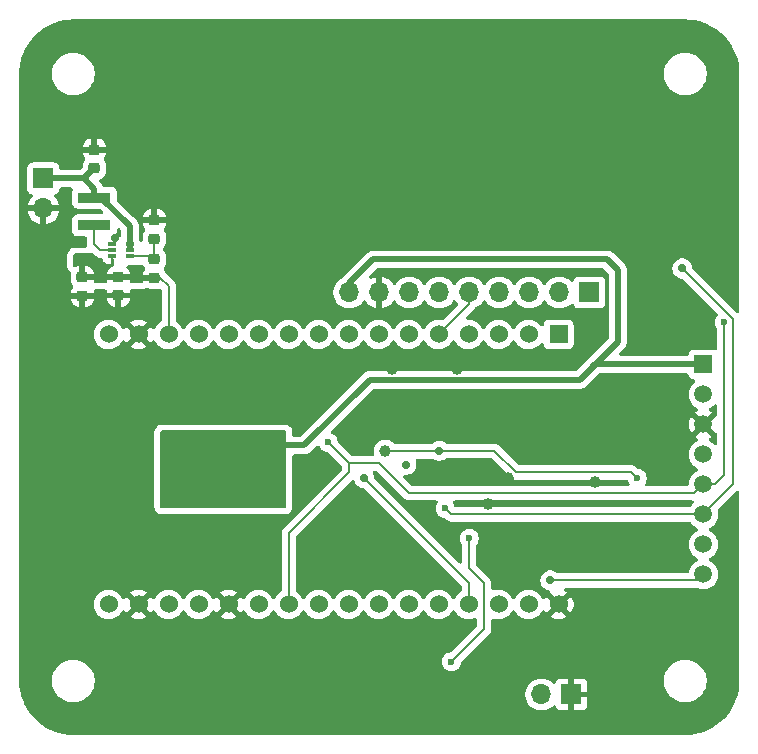
<source format=gbr>
%TF.GenerationSoftware,KiCad,Pcbnew,9.0.0*%
%TF.CreationDate,2026-02-03T13:11:21-06:00*%
%TF.ProjectId,FiltSure Prototype Three,46696c74-5375-4726-9520-50726f746f74,rev?*%
%TF.SameCoordinates,Original*%
%TF.FileFunction,Copper,L1,Top*%
%TF.FilePolarity,Positive*%
%FSLAX46Y46*%
G04 Gerber Fmt 4.6, Leading zero omitted, Abs format (unit mm)*
G04 Created by KiCad (PCBNEW 9.0.0) date 2026-02-03 13:11:21*
%MOMM*%
%LPD*%
G01*
G04 APERTURE LIST*
G04 Aperture macros list*
%AMRoundRect*
0 Rectangle with rounded corners*
0 $1 Rounding radius*
0 $2 $3 $4 $5 $6 $7 $8 $9 X,Y pos of 4 corners*
0 Add a 4 corners polygon primitive as box body*
4,1,4,$2,$3,$4,$5,$6,$7,$8,$9,$2,$3,0*
0 Add four circle primitives for the rounded corners*
1,1,$1+$1,$2,$3*
1,1,$1+$1,$4,$5*
1,1,$1+$1,$6,$7*
1,1,$1+$1,$8,$9*
0 Add four rect primitives between the rounded corners*
20,1,$1+$1,$2,$3,$4,$5,0*
20,1,$1+$1,$4,$5,$6,$7,0*
20,1,$1+$1,$6,$7,$8,$9,0*
20,1,$1+$1,$8,$9,$2,$3,0*%
G04 Aperture macros list end*
%TA.AperFunction,SMDPad,CuDef*%
%ADD10R,0.670000X0.300000*%
%TD*%
%TA.AperFunction,SMDPad,CuDef*%
%ADD11R,2.800000X0.850000*%
%TD*%
%TA.AperFunction,SMDPad,CuDef*%
%ADD12RoundRect,0.225000X-0.250000X0.225000X-0.250000X-0.225000X0.250000X-0.225000X0.250000X0.225000X0*%
%TD*%
%TA.AperFunction,SMDPad,CuDef*%
%ADD13RoundRect,0.225000X0.250000X-0.225000X0.250000X0.225000X-0.250000X0.225000X-0.250000X-0.225000X0*%
%TD*%
%TA.AperFunction,ComponentPad*%
%ADD14R,1.700000X1.700000*%
%TD*%
%TA.AperFunction,ComponentPad*%
%ADD15O,1.700000X1.700000*%
%TD*%
%TA.AperFunction,ComponentPad*%
%ADD16R,1.524000X1.524000*%
%TD*%
%TA.AperFunction,ComponentPad*%
%ADD17C,1.524000*%
%TD*%
%TA.AperFunction,ComponentPad*%
%ADD18C,1.508000*%
%TD*%
%TA.AperFunction,ComponentPad*%
%ADD19R,1.508000X1.508000*%
%TD*%
%TA.AperFunction,ViaPad*%
%ADD20C,1.000000*%
%TD*%
%TA.AperFunction,ViaPad*%
%ADD21C,0.700000*%
%TD*%
%TA.AperFunction,ViaPad*%
%ADD22C,0.600000*%
%TD*%
%TA.AperFunction,Conductor*%
%ADD23C,0.500000*%
%TD*%
%TA.AperFunction,Conductor*%
%ADD24C,0.200000*%
%TD*%
G04 APERTURE END LIST*
D10*
%TO.P,U1,1,FB*%
%TO.N,Net-(U1-FB)*%
X102673600Y-83444600D03*
%TO.P,U1,2,EN*%
%TO.N,VCC*%
X102673600Y-82944603D03*
%TO.P,U1,3,VIN*%
X102673600Y-82444600D03*
%TO.P,U1,4,GND*%
%TO.N,GND*%
X101193600Y-82444600D03*
%TO.P,U1,5,SW*%
%TO.N,Net-(U1-SW)*%
X101193600Y-82944603D03*
%TO.P,U1,6,VOUT*%
%TO.N,+5V*%
X101193600Y-83444600D03*
%TD*%
D11*
%TO.P,L1,1,1*%
%TO.N,Net-(U1-SW)*%
X99669600Y-80825600D03*
%TO.P,L1,2,2*%
%TO.N,VCC*%
X99669600Y-78475600D03*
%TD*%
D12*
%TO.P,R1,1*%
%TO.N,Net-(U1-FB)*%
X104749600Y-83701600D03*
%TO.P,R1,2*%
%TO.N,+5V*%
X104749600Y-85251600D03*
%TD*%
D13*
%TO.P,C1,1*%
%TO.N,VCC*%
X99669600Y-75986600D03*
%TO.P,C1,2*%
%TO.N,GND*%
X99669600Y-74436600D03*
%TD*%
D14*
%TO.P,J1,1,Pin_1*%
%TO.N,VCC*%
X95351600Y-76851600D03*
D15*
%TO.P,J1,2,Pin_2*%
%TO.N,GND*%
X95351600Y-79391600D03*
%TD*%
D12*
%TO.P,C3,1*%
%TO.N,+5V*%
X101701600Y-85212600D03*
%TO.P,C3,2*%
%TO.N,GND*%
X101701600Y-86762600D03*
%TD*%
D14*
%TO.P,J2,1,Pin_1*%
%TO.N,GND*%
X140060600Y-120544600D03*
D15*
%TO.P,J2,2,Pin_2*%
%TO.N,Net-(J2-Pin_2)*%
X137520600Y-120544600D03*
%TD*%
D12*
%TO.P,R2,1*%
%TO.N,GND*%
X104749600Y-80399600D03*
%TO.P,R2,2*%
%TO.N,Net-(U1-FB)*%
X104749600Y-81949600D03*
%TD*%
D16*
%TO.P,U2,J1_1,ESP_3V3*%
%TO.N,unconnected-(U2-ESP_3V3-PadJ1_1)*%
X138980600Y-90064600D03*
D17*
%TO.P,U2,J1_2,CHIP_PU*%
%TO.N,/Reset*%
X136440600Y-90064600D03*
%TO.P,U2,J1_3,GPIO4*%
%TO.N,/Diag_Pin*%
X133900600Y-90064600D03*
%TO.P,U2,J1_4,GPIO5*%
%TO.N,/Speed_Pin*%
X131360600Y-90064600D03*
%TO.P,U2,J1_5,GPIO6*%
%TO.N,/SCK*%
X128820600Y-90064600D03*
%TO.P,U2,J1_6,GPIO7*%
%TO.N,/MOSI*%
X126280600Y-90064600D03*
%TO.P,U2,J1_7,GPIO0*%
%TO.N,/Batt_Pin*%
X123740600Y-90064600D03*
%TO.P,U2,J1_8,GPIO1*%
%TO.N,unconnected-(U2-GPIO1-PadJ1_8)*%
X121200600Y-90064600D03*
%TO.P,U2,J1_9,GPIO8*%
%TO.N,unconnected-(U2-GPIO8-PadJ1_9)*%
X118660600Y-90064600D03*
%TO.P,U2,J1_10,GPIO10*%
%TO.N,unconnected-(U2-GPIO10-PadJ1_10)*%
X116120600Y-90064600D03*
%TO.P,U2,J1_11,GPIO11*%
%TO.N,unconnected-(U2-GPIO11-PadJ1_11)*%
X113580600Y-90064600D03*
%TO.P,U2,J1_12,GPIO2*%
%TO.N,/CS_VREG*%
X111040600Y-90064600D03*
%TO.P,U2,J1_13,GPIO3*%
%TO.N,unconnected-(U2-GPIO3-PadJ1_13)*%
X108500600Y-90064600D03*
%TO.P,U2,J1_14,VCC_5V*%
%TO.N,+5V*%
X105960600Y-90064600D03*
%TO.P,U2,J1_15,GND_J1_15*%
%TO.N,GND*%
X103420600Y-90064600D03*
%TO.P,U2,J1_16,NC_J1_16*%
%TO.N,unconnected-(U2-NC_J1_16-PadJ1_16)*%
X100880600Y-90064600D03*
%TO.P,U2,J3_1,GND_J3_1*%
%TO.N,GND*%
X138980600Y-112924600D03*
%TO.P,U2,J3_2,UART_TXD*%
%TO.N,unconnected-(U2-UART_TXD-PadJ3_2)*%
X136440600Y-112924600D03*
%TO.P,U2,J3_3,UART_RXD*%
%TO.N,unconnected-(U2-UART_RXD-PadJ3_3)*%
X133900600Y-112924600D03*
%TO.P,U2,J3_4,GPIO15*%
%TO.N,/CS_BME*%
X131360600Y-112924600D03*
%TO.P,U2,J3_5,GPIO23*%
%TO.N,/CS_RFID*%
X128820600Y-112924600D03*
%TO.P,U2,J3_6,GPIO22*%
%TO.N,/CS_LoRa*%
X126280600Y-112924600D03*
%TO.P,U2,J3_7,GPIO21*%
%TO.N,/RST_LoRa*%
X123740600Y-112924600D03*
%TO.P,U2,J3_8,GPIO20*%
%TO.N,/RFID_RST*%
X121200600Y-112924600D03*
%TO.P,U2,J3_9,GPIO19*%
%TO.N,/IRQ_LoRa*%
X118660600Y-112924600D03*
%TO.P,U2,J3_10,GPIO18*%
%TO.N,/MISO*%
X116120600Y-112924600D03*
%TO.P,U2,J3_11,GPIO9*%
%TO.N,unconnected-(U2-GPIO9-PadJ3_11)*%
X113580600Y-112924600D03*
%TO.P,U2,J3_12,GND_J3_12*%
%TO.N,GND*%
X111040600Y-112924600D03*
%TO.P,U2,J3_13,GPIO13*%
%TO.N,unconnected-(U2-GPIO13-PadJ3_13)*%
X108500600Y-112924600D03*
%TO.P,U2,J3_14,GPIO12*%
%TO.N,unconnected-(U2-GPIO12-PadJ3_14)*%
X105960600Y-112924600D03*
%TO.P,U2,J3_15,GND_J3_15*%
%TO.N,GND*%
X103420600Y-112924600D03*
%TO.P,U2,J3_16,NC_J3_16*%
%TO.N,unconnected-(U2-NC_J3_16-PadJ3_16)*%
X100880600Y-112924600D03*
%TD*%
D12*
%TO.P,C2,1*%
%TO.N,+5V*%
X98653600Y-85225600D03*
%TO.P,C2,2*%
%TO.N,GND*%
X98653600Y-86775600D03*
%TD*%
D15*
%TO.P,U4,2,MISO*%
%TO.N,/MOSI*%
X136499600Y-86508600D03*
%TO.P,U4,3,MOSI*%
%TO.N,/MISO*%
X133959600Y-86508600D03*
%TO.P,U4,4,SCK*%
%TO.N,/SCK*%
X131419600Y-86508600D03*
%TO.P,U4,5,NSS*%
%TO.N,/CS_LoRa*%
X139039600Y-86508600D03*
D14*
%TO.P,U4,6,RESET*%
%TO.N,/RST_LoRa*%
X141579600Y-86508600D03*
D15*
%TO.P,U4,7,DIO5*%
%TO.N,unconnected-(U4-DIO5-Pad7)*%
X126339600Y-86508600D03*
%TO.P,U4,8,GND@1*%
%TO.N,GND*%
X123799600Y-86508600D03*
%TO.P,U4,13,3_3V*%
%TO.N,+3.3V*%
X121259600Y-86508600D03*
%TO.P,U4,14,DIO0*%
%TO.N,/IRQ_LoRa*%
X128879600Y-86508600D03*
%TD*%
D18*
%TO.P,M1,1,SDA*%
%TO.N,/CS_RFID*%
X151231600Y-110384600D03*
%TO.P,M1,2,SCK*%
%TO.N,/SCK*%
X151231600Y-107844600D03*
%TO.P,M1,3,MOSI*%
%TO.N,/MOSI*%
X151231600Y-105304600D03*
%TO.P,M1,4,MISO*%
%TO.N,/MISO*%
X151231600Y-102764600D03*
%TO.P,M1,5,IRQ*%
%TO.N,unconnected-(M1-IRQ-Pad5)*%
X151231600Y-100224600D03*
%TO.P,M1,6,GND*%
%TO.N,GND*%
X151231600Y-97684600D03*
%TO.P,M1,7,RST*%
%TO.N,/RFID_RST*%
X151231600Y-95144600D03*
D19*
%TO.P,M1,8,3V3*%
%TO.N,+3.3V*%
X151231600Y-92604600D03*
%TD*%
D20*
%TO.N,GND*%
X117703600Y-109876600D03*
X113639600Y-109876600D03*
X125577600Y-107082600D03*
X117703600Y-107082600D03*
X108813600Y-92350600D03*
X147929600Y-98446600D03*
X124561600Y-96668600D03*
X148125914Y-88286600D03*
X142341600Y-95144600D03*
X108559600Y-109876600D03*
X127609600Y-97938600D03*
X122529600Y-111146600D03*
X132961759Y-104420041D03*
X103733600Y-109876600D03*
X129387600Y-106574600D03*
X139293600Y-108098600D03*
X127609600Y-92096600D03*
X124852352Y-92946759D03*
X132943600Y-106574600D03*
X121513600Y-107082600D03*
X125069600Y-111146600D03*
X146913600Y-108098600D03*
X142341600Y-89556600D03*
X130403600Y-96668600D03*
X142084125Y-102578025D03*
X134721600Y-102256600D03*
D21*
X118719600Y-102002600D03*
D20*
X130403600Y-92946759D03*
X127609600Y-95398600D03*
D21*
X101447600Y-81936600D03*
D20*
%TO.N,+3.3V*%
X111353600Y-103018600D03*
X107797600Y-103018600D03*
X107797600Y-101240600D03*
X109575600Y-99462600D03*
X111353600Y-99462600D03*
X106019600Y-99462600D03*
X107797600Y-99462600D03*
X109575600Y-103018600D03*
X111353600Y-101240600D03*
X106019600Y-103018600D03*
X106019600Y-101240600D03*
X109575600Y-101240600D03*
D21*
%TO.N,/CS_BME*%
X122529600Y-102243600D03*
D20*
%TO.N,/SCK*%
X124307600Y-99970600D03*
D22*
X145643600Y-102256600D03*
D21*
X128879600Y-99907600D03*
D22*
%TO.N,/MISO*%
X153009600Y-89048600D03*
X119481600Y-99208600D03*
%TO.N,/MOSI*%
X129387600Y-104796600D03*
D21*
X149453600Y-84476600D03*
X126085600Y-101098600D03*
%TO.N,/CS_RFID*%
X138277600Y-110892600D03*
D22*
%TO.N,/Speed_Pin*%
X129908600Y-117763600D03*
X131419600Y-107336600D03*
%TD*%
D23*
%TO.N,VCC*%
X95351600Y-76851600D02*
X98804600Y-76851600D01*
X98804600Y-76851600D02*
X99669600Y-75986600D01*
X102673600Y-82444600D02*
X102673600Y-82843600D01*
X98804600Y-76851600D02*
X99669600Y-77716600D01*
X102673600Y-80876600D02*
X102673600Y-82444600D01*
X99669600Y-77716600D02*
X99669600Y-78475600D01*
X99669600Y-78475600D02*
X100272600Y-78475600D01*
X100272600Y-78475600D02*
X102673600Y-80876600D01*
%TO.N,+3.3V*%
X123291600Y-83714600D02*
X121259600Y-85746600D01*
X140795441Y-93896759D02*
X140944600Y-93747600D01*
X143103600Y-83714600D02*
X143992600Y-84603600D01*
X140944600Y-93747600D02*
X143992600Y-90699600D01*
X123015441Y-93896759D02*
X140795441Y-93896759D01*
X143103600Y-83714600D02*
X123291600Y-83714600D01*
X117449600Y-99462600D02*
X123015441Y-93896759D01*
X111353600Y-99462600D02*
X117449600Y-99462600D01*
X143992600Y-84603600D02*
X143992600Y-90699600D01*
X142087600Y-92604600D02*
X151231600Y-92604600D01*
X121259600Y-85746600D02*
X121259600Y-86508600D01*
X140944600Y-93747600D02*
X142087600Y-92604600D01*
D24*
%TO.N,/CS_BME*%
X131360600Y-111074600D02*
X122529600Y-102243600D01*
X131360600Y-112924600D02*
X131360600Y-111074600D01*
%TO.N,/SCK*%
X128879600Y-99907600D02*
X133503971Y-99907600D01*
X145135600Y-101748600D02*
X145643600Y-102256600D01*
X135344971Y-101748600D02*
X145135600Y-101748600D01*
X128816600Y-99970600D02*
X128879600Y-99907600D01*
X124307600Y-99970600D02*
X128816600Y-99970600D01*
X128820600Y-90064600D02*
X131419600Y-87465600D01*
X133503971Y-99907600D02*
X135344971Y-101748600D01*
X131419600Y-87465600D02*
X131419600Y-86508600D01*
%TO.N,/MISO*%
X121259600Y-101748600D02*
X116120600Y-106887600D01*
X153009600Y-102002600D02*
X153009600Y-89048600D01*
X152247600Y-102764600D02*
X153009600Y-102002600D01*
X150477600Y-103518600D02*
X151231600Y-102764600D01*
X126331600Y-103518600D02*
X150477600Y-103518600D01*
X123799600Y-100986600D02*
X126331600Y-103518600D01*
X121259600Y-100986600D02*
X123799600Y-100986600D01*
X116120600Y-106887600D02*
X116120600Y-112924600D01*
X121259600Y-100986600D02*
X119481600Y-99208600D01*
X121259600Y-100986600D02*
X121259600Y-101748600D01*
X151231600Y-102764600D02*
X152247600Y-102764600D01*
%TO.N,/MOSI*%
X153771600Y-102764600D02*
X153771600Y-88794600D01*
X151231600Y-105304600D02*
X153771600Y-102764600D01*
X126164600Y-101177600D02*
X126085600Y-101098600D01*
X129895600Y-105304600D02*
X129387600Y-104796600D01*
X153771600Y-88794600D02*
X149453600Y-84476600D01*
X151231600Y-105304600D02*
X129895600Y-105304600D01*
%TO.N,/CS_RFID*%
X150723600Y-110892600D02*
X150841984Y-110774216D01*
X138277600Y-110892600D02*
X150723600Y-110892600D01*
%TO.N,/Speed_Pin*%
X131419600Y-109876600D02*
X131419600Y-107336600D01*
X132689600Y-111146600D02*
X131419600Y-109876600D01*
X129908600Y-117763600D02*
X132689600Y-114982600D01*
X132689600Y-114982600D02*
X132689600Y-111146600D01*
%TO.N,+5V*%
X105960600Y-85941600D02*
X105960600Y-90064600D01*
X105270600Y-85251600D02*
X105960600Y-85941600D01*
X104749600Y-85251600D02*
X105270600Y-85251600D01*
%TO.N,Net-(U1-FB)*%
X104492600Y-83444600D02*
X104749600Y-83701600D01*
X102673600Y-83444600D02*
X104492600Y-83444600D01*
X104749600Y-81949600D02*
X104749600Y-83701600D01*
%TO.N,Net-(U1-SW)*%
X99669600Y-82444600D02*
X100177600Y-82952600D01*
X99669600Y-80825600D02*
X99669600Y-82444600D01*
X100185597Y-82944603D02*
X101193600Y-82944603D01*
X100177600Y-82952600D02*
X100185597Y-82944603D01*
%TD*%
%TA.AperFunction,Conductor*%
%TO.N,+5V*%
G36*
X99598042Y-83226285D02*
G01*
X99618684Y-83242919D01*
X99697081Y-83321316D01*
X99808884Y-83433119D01*
X99945815Y-83512177D01*
X100098543Y-83553101D01*
X100098546Y-83553101D01*
X100237613Y-83553101D01*
X100304652Y-83572786D01*
X100350407Y-83625590D01*
X100360902Y-83663845D01*
X100365001Y-83701972D01*
X100365003Y-83701979D01*
X100415245Y-83836686D01*
X100415249Y-83836693D01*
X100501409Y-83951787D01*
X100501412Y-83951790D01*
X100616506Y-84037950D01*
X100616513Y-84037954D01*
X100751220Y-84088196D01*
X100751227Y-84088198D01*
X100810755Y-84094599D01*
X100810772Y-84094600D01*
X101043598Y-84094600D01*
X101043600Y-84094598D01*
X101043600Y-83719102D01*
X101063285Y-83652063D01*
X101116089Y-83606308D01*
X101167597Y-83595102D01*
X101219601Y-83595102D01*
X101286639Y-83614787D01*
X101332394Y-83667591D01*
X101343600Y-83719102D01*
X101343600Y-84109734D01*
X101358880Y-84137718D01*
X101353896Y-84207410D01*
X101312024Y-84263343D01*
X101276718Y-84281782D01*
X101150246Y-84323690D01*
X101138840Y-84328689D01*
X100998871Y-84415024D01*
X100998867Y-84415027D01*
X100879027Y-84534867D01*
X100879024Y-84534871D01*
X100790057Y-84679107D01*
X100790052Y-84679118D01*
X100736744Y-84839993D01*
X100726600Y-84939277D01*
X100726600Y-84962600D01*
X102676599Y-84962600D01*
X102676599Y-84939292D01*
X102676598Y-84939277D01*
X102666455Y-84839992D01*
X102613147Y-84679118D01*
X102613142Y-84679107D01*
X102524175Y-84534871D01*
X102524172Y-84534867D01*
X102423586Y-84434281D01*
X102390101Y-84372958D01*
X102395085Y-84303266D01*
X102436957Y-84247333D01*
X102502421Y-84222916D01*
X102511267Y-84222600D01*
X103760559Y-84222600D01*
X103767883Y-84224750D01*
X103775413Y-84223493D01*
X103800941Y-84234457D01*
X103827598Y-84242285D01*
X103834207Y-84248745D01*
X103839612Y-84251067D01*
X103856862Y-84270891D01*
X103863325Y-84277208D01*
X103864748Y-84279316D01*
X103926632Y-84379644D01*
X103944683Y-84397695D01*
X103951345Y-84407561D01*
X103958479Y-84429964D01*
X103969745Y-84450595D01*
X103968884Y-84462634D01*
X103972547Y-84474136D01*
X103966438Y-84496836D01*
X103964761Y-84520287D01*
X103956788Y-84532691D01*
X103954390Y-84541606D01*
X103946406Y-84548848D01*
X103936263Y-84564631D01*
X103927028Y-84573865D01*
X103927024Y-84573871D01*
X103838057Y-84718107D01*
X103838052Y-84718118D01*
X103784744Y-84878993D01*
X103774600Y-84978277D01*
X103774600Y-85001600D01*
X104625600Y-85001600D01*
X104692639Y-85021285D01*
X104738394Y-85074089D01*
X104749600Y-85125600D01*
X104749600Y-85377600D01*
X104729915Y-85444639D01*
X104677111Y-85490394D01*
X104625600Y-85501600D01*
X103774601Y-85501600D01*
X103774601Y-85524922D01*
X103783293Y-85609998D01*
X103770524Y-85678691D01*
X103722643Y-85729575D01*
X103659935Y-85746600D01*
X102784696Y-85746600D01*
X102717657Y-85726915D01*
X102671902Y-85674111D01*
X102661958Y-85604953D01*
X102665050Y-85591829D01*
X102665039Y-85591827D01*
X102666455Y-85585208D01*
X102676599Y-85485922D01*
X102676600Y-85485909D01*
X102676600Y-85462600D01*
X100726601Y-85462600D01*
X100726601Y-85485922D01*
X100736744Y-85585211D01*
X100738161Y-85591829D01*
X100736506Y-85592183D01*
X100738611Y-85653429D01*
X100702877Y-85713469D01*
X100640355Y-85744660D01*
X100618504Y-85746600D01*
X99740044Y-85746600D01*
X99673005Y-85726915D01*
X99627250Y-85674111D01*
X99617306Y-85604953D01*
X99618382Y-85598927D01*
X99628600Y-85498919D01*
X99628600Y-85475600D01*
X98777600Y-85475600D01*
X98710561Y-85455915D01*
X98664806Y-85403111D01*
X98653600Y-85351600D01*
X98653600Y-85225600D01*
X98527600Y-85225600D01*
X98460561Y-85205915D01*
X98414806Y-85153111D01*
X98403600Y-85101600D01*
X98403600Y-84975600D01*
X98903600Y-84975600D01*
X99628599Y-84975600D01*
X99628599Y-84952292D01*
X99628598Y-84952277D01*
X99618455Y-84852992D01*
X99565147Y-84692118D01*
X99565142Y-84692107D01*
X99476175Y-84547871D01*
X99476172Y-84547867D01*
X99356332Y-84428027D01*
X99356328Y-84428024D01*
X99212092Y-84339057D01*
X99212081Y-84339052D01*
X99051206Y-84285744D01*
X98951922Y-84275600D01*
X98903600Y-84275600D01*
X98903600Y-84975600D01*
X98403600Y-84975600D01*
X98403600Y-84275600D01*
X98403599Y-84275599D01*
X98355293Y-84275600D01*
X98355275Y-84275601D01*
X98255992Y-84285744D01*
X98095118Y-84339052D01*
X98095109Y-84339056D01*
X98080696Y-84347947D01*
X98013303Y-84366387D01*
X97946640Y-84345464D01*
X97901871Y-84291822D01*
X97891600Y-84242408D01*
X97891600Y-83330600D01*
X97911285Y-83263561D01*
X97964089Y-83217806D01*
X98015600Y-83206600D01*
X99531003Y-83206600D01*
X99598042Y-83226285D01*
G37*
%TD.AperFunction*%
%TD*%
%TA.AperFunction,Conductor*%
%TO.N,+3.3V*%
G36*
X115868639Y-98212285D02*
G01*
X115914394Y-98265089D01*
X115925600Y-98316600D01*
X115925600Y-104672600D01*
X115905915Y-104739639D01*
X115853111Y-104785394D01*
X115801600Y-104796600D01*
X105381600Y-104796600D01*
X105314561Y-104776915D01*
X105268806Y-104724111D01*
X105257600Y-104672600D01*
X105257600Y-98316600D01*
X105277285Y-98249561D01*
X105330089Y-98203806D01*
X105381600Y-98192600D01*
X115801600Y-98192600D01*
X115868639Y-98212285D01*
G37*
%TD.AperFunction*%
%TD*%
%TA.AperFunction,Conductor*%
%TO.N,GND*%
G36*
X149710852Y-63387242D02*
G01*
X150100234Y-63404242D01*
X150113178Y-63405374D01*
X150496378Y-63455824D01*
X150509159Y-63458077D01*
X150886521Y-63541737D01*
X150899053Y-63545095D01*
X151196402Y-63638849D01*
X151267677Y-63661322D01*
X151279891Y-63665768D01*
X151636963Y-63813671D01*
X151648743Y-63819163D01*
X151991593Y-63997640D01*
X152002835Y-64004131D01*
X152328812Y-64211801D01*
X152339447Y-64219247D01*
X152646094Y-64454546D01*
X152656036Y-64462889D01*
X152706446Y-64509080D01*
X152940999Y-64724009D01*
X152950190Y-64733200D01*
X153211304Y-65018155D01*
X153219660Y-65028113D01*
X153454947Y-65334746D01*
X153462402Y-65345393D01*
X153670063Y-65671356D01*
X153676563Y-65682613D01*
X153855035Y-66025454D01*
X153860528Y-66037236D01*
X154008431Y-66394308D01*
X154012877Y-66406522D01*
X154129101Y-66775135D01*
X154132465Y-66787690D01*
X154216119Y-67165028D01*
X154218376Y-67177830D01*
X154268824Y-67561020D01*
X154269957Y-67573969D01*
X154286958Y-67963347D01*
X154287100Y-67969846D01*
X154287100Y-88101147D01*
X154267138Y-88175647D01*
X154212600Y-88230185D01*
X154138100Y-88250147D01*
X154063600Y-88230185D01*
X154032741Y-88206506D01*
X150347741Y-84521506D01*
X150309177Y-84454711D01*
X150304100Y-84416147D01*
X150304100Y-84392832D01*
X150274390Y-84243469D01*
X150271416Y-84228518D01*
X150207303Y-84073737D01*
X150178260Y-84030272D01*
X150114228Y-83934441D01*
X150114226Y-83934438D01*
X149995762Y-83815974D01*
X149995758Y-83815971D01*
X149856470Y-83722901D01*
X149856458Y-83722894D01*
X149733736Y-83672061D01*
X149701682Y-83658784D01*
X149701680Y-83658783D01*
X149701679Y-83658783D01*
X149537367Y-83626100D01*
X149369833Y-83626100D01*
X149205520Y-83658783D01*
X149050741Y-83722894D01*
X149050729Y-83722901D01*
X148911441Y-83815971D01*
X148911434Y-83815977D01*
X148792977Y-83934434D01*
X148792971Y-83934441D01*
X148699901Y-84073729D01*
X148699894Y-84073741D01*
X148635783Y-84228520D01*
X148603100Y-84392832D01*
X148603100Y-84560367D01*
X148635783Y-84724679D01*
X148699894Y-84879458D01*
X148699901Y-84879470D01*
X148792971Y-85018758D01*
X148792974Y-85018762D01*
X148911438Y-85137226D01*
X148911441Y-85137228D01*
X149050729Y-85230298D01*
X149050733Y-85230300D01*
X149050737Y-85230303D01*
X149050738Y-85230303D01*
X149050741Y-85230305D01*
X149096072Y-85249081D01*
X149205518Y-85294416D01*
X149369833Y-85327100D01*
X149393147Y-85327100D01*
X149467647Y-85347062D01*
X149498506Y-85370741D01*
X152421584Y-88293819D01*
X152460148Y-88360614D01*
X152460148Y-88437742D01*
X152421585Y-88504536D01*
X152387814Y-88538307D01*
X152300204Y-88669423D01*
X152239863Y-88815101D01*
X152239862Y-88815105D01*
X152209100Y-88969757D01*
X152209100Y-89127442D01*
X152239862Y-89282094D01*
X152239863Y-89282098D01*
X152300205Y-89427777D01*
X152300208Y-89427783D01*
X152383988Y-89553167D01*
X152408781Y-89626202D01*
X152409100Y-89635948D01*
X152409100Y-91259775D01*
X152389138Y-91334275D01*
X152334600Y-91388813D01*
X152260100Y-91408775D01*
X152208031Y-91399381D01*
X152093082Y-91356508D01*
X152033476Y-91350100D01*
X150429736Y-91350100D01*
X150429711Y-91350102D01*
X150370121Y-91356508D01*
X150370115Y-91356509D01*
X150235270Y-91406802D01*
X150235266Y-91406804D01*
X150120055Y-91493052D01*
X150120052Y-91493055D01*
X150033804Y-91608266D01*
X150033802Y-91608270D01*
X149980252Y-91751849D01*
X149978105Y-91751048D01*
X149947838Y-91807275D01*
X149882221Y-91847811D01*
X149839389Y-91854100D01*
X144259186Y-91854100D01*
X144184686Y-91834138D01*
X144130148Y-91779600D01*
X144110186Y-91705100D01*
X144130148Y-91630600D01*
X144153827Y-91599741D01*
X144354187Y-91399381D01*
X144575552Y-91178016D01*
X144648439Y-91068931D01*
X144657684Y-91055095D01*
X144714258Y-90918513D01*
X144743100Y-90773518D01*
X144743100Y-84529682D01*
X144714258Y-84384687D01*
X144657684Y-84248105D01*
X144617318Y-84187693D01*
X144575552Y-84125184D01*
X143582016Y-83131648D01*
X143582014Y-83131647D01*
X143582010Y-83131643D01*
X143508329Y-83082412D01*
X143508328Y-83082412D01*
X143459097Y-83049517D01*
X143459095Y-83049516D01*
X143322513Y-82992942D01*
X143322511Y-82992941D01*
X143322512Y-82992941D01*
X143177521Y-82964100D01*
X143177518Y-82964100D01*
X123217682Y-82964100D01*
X123217678Y-82964100D01*
X123072688Y-82992941D01*
X122936110Y-83049513D01*
X122936097Y-83049520D01*
X122886869Y-83082413D01*
X122813191Y-83131641D01*
X122813183Y-83131648D01*
X120676649Y-85268182D01*
X120676643Y-85268190D01*
X120676217Y-85268828D01*
X120675857Y-85269147D01*
X120672004Y-85273843D01*
X120671260Y-85273232D01*
X120619978Y-85318801D01*
X120551787Y-85353546D01*
X120551781Y-85353550D01*
X120379809Y-85478495D01*
X120379806Y-85478497D01*
X120229497Y-85628806D01*
X120229495Y-85628809D01*
X120104550Y-85800781D01*
X120104550Y-85800782D01*
X120008046Y-85990182D01*
X120008041Y-85990194D01*
X119942487Y-86191949D01*
X119942354Y-86192357D01*
X119909100Y-86402313D01*
X119909100Y-86614887D01*
X119942354Y-86824843D01*
X120008043Y-87027012D01*
X120101593Y-87210615D01*
X120104550Y-87216417D01*
X120104550Y-87216418D01*
X120167022Y-87302404D01*
X120229496Y-87388392D01*
X120379808Y-87538704D01*
X120551784Y-87663651D01*
X120741188Y-87760157D01*
X120943357Y-87825846D01*
X121153313Y-87859100D01*
X121153318Y-87859100D01*
X121365882Y-87859100D01*
X121365887Y-87859100D01*
X121575843Y-87825846D01*
X121778012Y-87760157D01*
X121967416Y-87663651D01*
X122139392Y-87538704D01*
X122289704Y-87388392D01*
X122347324Y-87309085D01*
X122409365Y-87223692D01*
X122469305Y-87175153D01*
X122545483Y-87163087D01*
X122617488Y-87190727D01*
X122650453Y-87223691D01*
X122769877Y-87388064D01*
X122769879Y-87388067D01*
X122920132Y-87538320D01*
X122920135Y-87538322D01*
X123092044Y-87663221D01*
X123281377Y-87759693D01*
X123483463Y-87825355D01*
X123483471Y-87825357D01*
X123549600Y-87835830D01*
X123549600Y-86941612D01*
X123606607Y-86974525D01*
X123733774Y-87008600D01*
X123865426Y-87008600D01*
X123992593Y-86974525D01*
X124049600Y-86941612D01*
X124049600Y-87835830D01*
X124115728Y-87825357D01*
X124115736Y-87825355D01*
X124317822Y-87759693D01*
X124507155Y-87663221D01*
X124507156Y-87663221D01*
X124679064Y-87538322D01*
X124679067Y-87538320D01*
X124829320Y-87388067D01*
X124829327Y-87388059D01*
X124948746Y-87223692D01*
X125008686Y-87175153D01*
X125084864Y-87163087D01*
X125156869Y-87190727D01*
X125189834Y-87223691D01*
X125251876Y-87309085D01*
X125309496Y-87388392D01*
X125459808Y-87538704D01*
X125631784Y-87663651D01*
X125821188Y-87760157D01*
X126023357Y-87825846D01*
X126233313Y-87859100D01*
X126233318Y-87859100D01*
X126445882Y-87859100D01*
X126445887Y-87859100D01*
X126655843Y-87825846D01*
X126858012Y-87760157D01*
X127047416Y-87663651D01*
X127219392Y-87538704D01*
X127369704Y-87388392D01*
X127489056Y-87224117D01*
X127548996Y-87175579D01*
X127625174Y-87163513D01*
X127697180Y-87191153D01*
X127730144Y-87224117D01*
X127849496Y-87388392D01*
X127999808Y-87538704D01*
X128171784Y-87663651D01*
X128361188Y-87760157D01*
X128563357Y-87825846D01*
X128773313Y-87859100D01*
X128773318Y-87859100D01*
X128985882Y-87859100D01*
X128985887Y-87859100D01*
X129195843Y-87825846D01*
X129398012Y-87760157D01*
X129587416Y-87663651D01*
X129759392Y-87538704D01*
X129909704Y-87388392D01*
X130029056Y-87224117D01*
X130045728Y-87210615D01*
X130058768Y-87193585D01*
X130075181Y-87186765D01*
X130088996Y-87175579D01*
X130110184Y-87172222D01*
X130129993Y-87163993D01*
X130147616Y-87166293D01*
X130165174Y-87163513D01*
X130185202Y-87171201D01*
X130206472Y-87173978D01*
X130219820Y-87184489D01*
X130237180Y-87191153D01*
X130267712Y-87220865D01*
X130268967Y-87222497D01*
X130389496Y-87388392D01*
X130420021Y-87418917D01*
X130425928Y-87426598D01*
X130437133Y-87453568D01*
X130451739Y-87478866D01*
X130451739Y-87488722D01*
X130455520Y-87497823D01*
X130451739Y-87526783D01*
X130451739Y-87555994D01*
X130446810Y-87564529D01*
X130445535Y-87574302D01*
X130427780Y-87597491D01*
X130413175Y-87622789D01*
X129244627Y-88791336D01*
X129177832Y-88829900D01*
X129115960Y-88833143D01*
X129055033Y-88823493D01*
X128919961Y-88802100D01*
X128721239Y-88802100D01*
X128642729Y-88814534D01*
X128524958Y-88833187D01*
X128524958Y-88833188D01*
X128335965Y-88894595D01*
X128158904Y-88984814D01*
X127998139Y-89101616D01*
X127857616Y-89242139D01*
X127740814Y-89402904D01*
X127683360Y-89515663D01*
X127631751Y-89572980D01*
X127558397Y-89596814D01*
X127482955Y-89580778D01*
X127425638Y-89529169D01*
X127417840Y-89515663D01*
X127408887Y-89498092D01*
X127360387Y-89402906D01*
X127243581Y-89242136D01*
X127103064Y-89101619D01*
X126942294Y-88984813D01*
X126852252Y-88938934D01*
X126765234Y-88894595D01*
X126576241Y-88833188D01*
X126576241Y-88833187D01*
X126462046Y-88815101D01*
X126379961Y-88802100D01*
X126181239Y-88802100D01*
X126102729Y-88814534D01*
X125984958Y-88833187D01*
X125984958Y-88833188D01*
X125795965Y-88894595D01*
X125618904Y-88984814D01*
X125458139Y-89101616D01*
X125317616Y-89242139D01*
X125200814Y-89402904D01*
X125143360Y-89515663D01*
X125091751Y-89572980D01*
X125018397Y-89596814D01*
X124942955Y-89580778D01*
X124885638Y-89529169D01*
X124877840Y-89515663D01*
X124868887Y-89498092D01*
X124820387Y-89402906D01*
X124703581Y-89242136D01*
X124563064Y-89101619D01*
X124402294Y-88984813D01*
X124312252Y-88938934D01*
X124225234Y-88894595D01*
X124036241Y-88833188D01*
X124036241Y-88833187D01*
X123922046Y-88815101D01*
X123839961Y-88802100D01*
X123641239Y-88802100D01*
X123562729Y-88814534D01*
X123444958Y-88833187D01*
X123444958Y-88833188D01*
X123255965Y-88894595D01*
X123078904Y-88984814D01*
X122918139Y-89101616D01*
X122777616Y-89242139D01*
X122660814Y-89402904D01*
X122603360Y-89515663D01*
X122551751Y-89572980D01*
X122478397Y-89596814D01*
X122402955Y-89580778D01*
X122345638Y-89529169D01*
X122337840Y-89515663D01*
X122328887Y-89498092D01*
X122280387Y-89402906D01*
X122163581Y-89242136D01*
X122023064Y-89101619D01*
X121862294Y-88984813D01*
X121772252Y-88938934D01*
X121685234Y-88894595D01*
X121496241Y-88833188D01*
X121496241Y-88833187D01*
X121382046Y-88815101D01*
X121299961Y-88802100D01*
X121101239Y-88802100D01*
X121022729Y-88814534D01*
X120904958Y-88833187D01*
X120904958Y-88833188D01*
X120715965Y-88894595D01*
X120538904Y-88984814D01*
X120378139Y-89101616D01*
X120237616Y-89242139D01*
X120120814Y-89402904D01*
X120063360Y-89515663D01*
X120011751Y-89572980D01*
X119938397Y-89596814D01*
X119862955Y-89580778D01*
X119805638Y-89529169D01*
X119797840Y-89515663D01*
X119788887Y-89498092D01*
X119740387Y-89402906D01*
X119623581Y-89242136D01*
X119483064Y-89101619D01*
X119322294Y-88984813D01*
X119232252Y-88938934D01*
X119145234Y-88894595D01*
X118956241Y-88833188D01*
X118956241Y-88833187D01*
X118842046Y-88815101D01*
X118759961Y-88802100D01*
X118561239Y-88802100D01*
X118482729Y-88814534D01*
X118364958Y-88833187D01*
X118364958Y-88833188D01*
X118175965Y-88894595D01*
X117998904Y-88984814D01*
X117838139Y-89101616D01*
X117697616Y-89242139D01*
X117580814Y-89402904D01*
X117523360Y-89515663D01*
X117471751Y-89572980D01*
X117398397Y-89596814D01*
X117322955Y-89580778D01*
X117265638Y-89529169D01*
X117257840Y-89515663D01*
X117248887Y-89498092D01*
X117200387Y-89402906D01*
X117083581Y-89242136D01*
X116943064Y-89101619D01*
X116782294Y-88984813D01*
X116692252Y-88938934D01*
X116605234Y-88894595D01*
X116416241Y-88833188D01*
X116416241Y-88833187D01*
X116302046Y-88815101D01*
X116219961Y-88802100D01*
X116021239Y-88802100D01*
X115942729Y-88814534D01*
X115824958Y-88833187D01*
X115824958Y-88833188D01*
X115635965Y-88894595D01*
X115458904Y-88984814D01*
X115298139Y-89101616D01*
X115157616Y-89242139D01*
X115040814Y-89402904D01*
X114983360Y-89515663D01*
X114931751Y-89572980D01*
X114858397Y-89596814D01*
X114782955Y-89580778D01*
X114725638Y-89529169D01*
X114717840Y-89515663D01*
X114708887Y-89498092D01*
X114660387Y-89402906D01*
X114543581Y-89242136D01*
X114403064Y-89101619D01*
X114242294Y-88984813D01*
X114152252Y-88938934D01*
X114065234Y-88894595D01*
X113876241Y-88833188D01*
X113876241Y-88833187D01*
X113762046Y-88815101D01*
X113679961Y-88802100D01*
X113481239Y-88802100D01*
X113402729Y-88814534D01*
X113284958Y-88833187D01*
X113284958Y-88833188D01*
X113095965Y-88894595D01*
X112918904Y-88984814D01*
X112758139Y-89101616D01*
X112617616Y-89242139D01*
X112500814Y-89402904D01*
X112443360Y-89515663D01*
X112391751Y-89572980D01*
X112318397Y-89596814D01*
X112242955Y-89580778D01*
X112185638Y-89529169D01*
X112177840Y-89515663D01*
X112168887Y-89498092D01*
X112120387Y-89402906D01*
X112003581Y-89242136D01*
X111863064Y-89101619D01*
X111702294Y-88984813D01*
X111612252Y-88938934D01*
X111525234Y-88894595D01*
X111336241Y-88833188D01*
X111336241Y-88833187D01*
X111222046Y-88815101D01*
X111139961Y-88802100D01*
X110941239Y-88802100D01*
X110862729Y-88814534D01*
X110744958Y-88833187D01*
X110744958Y-88833188D01*
X110555965Y-88894595D01*
X110378904Y-88984814D01*
X110218139Y-89101616D01*
X110077616Y-89242139D01*
X109960814Y-89402904D01*
X109903360Y-89515663D01*
X109851751Y-89572980D01*
X109778397Y-89596814D01*
X109702955Y-89580778D01*
X109645638Y-89529169D01*
X109637840Y-89515663D01*
X109628887Y-89498092D01*
X109580387Y-89402906D01*
X109463581Y-89242136D01*
X109323064Y-89101619D01*
X109162294Y-88984813D01*
X109072252Y-88938934D01*
X108985234Y-88894595D01*
X108796241Y-88833188D01*
X108796241Y-88833187D01*
X108682046Y-88815101D01*
X108599961Y-88802100D01*
X108401239Y-88802100D01*
X108322729Y-88814534D01*
X108204958Y-88833187D01*
X108204958Y-88833188D01*
X108015965Y-88894595D01*
X107838904Y-88984814D01*
X107678139Y-89101616D01*
X107537616Y-89242139D01*
X107420814Y-89402904D01*
X107363360Y-89515663D01*
X107311751Y-89572980D01*
X107238397Y-89596814D01*
X107162955Y-89580778D01*
X107105638Y-89529169D01*
X107097840Y-89515663D01*
X107088887Y-89498092D01*
X107040387Y-89402906D01*
X106923581Y-89242136D01*
X106783064Y-89101619D01*
X106622518Y-88984976D01*
X106573982Y-88925038D01*
X106561100Y-88864434D01*
X106561100Y-85862543D01*
X106561099Y-85862541D01*
X106520177Y-85709816D01*
X106441120Y-85572884D01*
X106441118Y-85572882D01*
X106441117Y-85572880D01*
X106324113Y-85455877D01*
X106324112Y-85455877D01*
X105759615Y-84891380D01*
X105759614Y-84891378D01*
X105723971Y-84855735D01*
X105687892Y-84797241D01*
X105661604Y-84717907D01*
X105661603Y-84717903D01*
X105631662Y-84669361D01*
X105572568Y-84573556D01*
X105572567Y-84573555D01*
X105568978Y-84569016D01*
X105538428Y-84498196D01*
X105547382Y-84421590D01*
X105568978Y-84384184D01*
X105572563Y-84379648D01*
X105572568Y-84379644D01*
X105661603Y-84235297D01*
X105714949Y-84074308D01*
X105725100Y-83974945D01*
X105725099Y-83428256D01*
X105714949Y-83328892D01*
X105661603Y-83167903D01*
X105572568Y-83023556D01*
X105479970Y-82930958D01*
X105441406Y-82864163D01*
X105441406Y-82787035D01*
X105479967Y-82720244D01*
X105572568Y-82627644D01*
X105661603Y-82483297D01*
X105714949Y-82322308D01*
X105725100Y-82222945D01*
X105725099Y-81676256D01*
X105714949Y-81576892D01*
X105661603Y-81415903D01*
X105572568Y-81271556D01*
X105572565Y-81271553D01*
X105568657Y-81266610D01*
X105538107Y-81195790D01*
X105547061Y-81119183D01*
X105568659Y-81081776D01*
X105572171Y-81077333D01*
X105661146Y-80933085D01*
X105714456Y-80772203D01*
X105714457Y-80772203D01*
X105724599Y-80672925D01*
X105724600Y-80672915D01*
X105724600Y-80649600D01*
X103774601Y-80649600D01*
X103774601Y-80672909D01*
X103784744Y-80772206D01*
X103784744Y-80772209D01*
X103838053Y-80933085D01*
X103927025Y-81077329D01*
X103930546Y-81081782D01*
X103961092Y-81152603D01*
X103952136Y-81229210D01*
X103930547Y-81266604D01*
X103926633Y-81271553D01*
X103837598Y-81415900D01*
X103784251Y-81576891D01*
X103774100Y-81676259D01*
X103774100Y-82088942D01*
X103771609Y-82098235D01*
X103772906Y-82107770D01*
X103761756Y-82135010D01*
X103754138Y-82163442D01*
X103747333Y-82170246D01*
X103743689Y-82179151D01*
X103720412Y-82197167D01*
X103699600Y-82217980D01*
X103690306Y-82220470D01*
X103682697Y-82226360D01*
X103653528Y-82230324D01*
X103625100Y-82237942D01*
X103615806Y-82235451D01*
X103606272Y-82236748D01*
X103579031Y-82225598D01*
X103550600Y-82217980D01*
X103543795Y-82211175D01*
X103534891Y-82207531D01*
X103519716Y-82187096D01*
X103496062Y-82163442D01*
X103487682Y-82146539D01*
X103486541Y-82143818D01*
X103452396Y-82052269D01*
X103442793Y-82039441D01*
X103435682Y-82022475D01*
X103432881Y-82001869D01*
X103425153Y-81982565D01*
X103424100Y-81964878D01*
X103424100Y-80802686D01*
X103424099Y-80802678D01*
X103395258Y-80657688D01*
X103338683Y-80521102D01*
X103295773Y-80456884D01*
X103295772Y-80456883D01*
X103256552Y-80398184D01*
X102984642Y-80126274D01*
X103774600Y-80126274D01*
X103774600Y-80149600D01*
X104499600Y-80149600D01*
X104999600Y-80149600D01*
X105724599Y-80149600D01*
X105724599Y-80126290D01*
X105714455Y-80026993D01*
X105714455Y-80026990D01*
X105661146Y-79866114D01*
X105572172Y-79721867D01*
X105452332Y-79602027D01*
X105308085Y-79513053D01*
X105147203Y-79459743D01*
X105147203Y-79459742D01*
X105047925Y-79449600D01*
X104999600Y-79449600D01*
X104999600Y-80149600D01*
X104499600Y-80149600D01*
X104499600Y-79449600D01*
X104451289Y-79449600D01*
X104351993Y-79459744D01*
X104351990Y-79459744D01*
X104191114Y-79513053D01*
X104046867Y-79602027D01*
X103927027Y-79721867D01*
X103838053Y-79866114D01*
X103784743Y-80026996D01*
X103784742Y-80026996D01*
X103774600Y-80126274D01*
X102984642Y-80126274D01*
X101613740Y-78755372D01*
X101575176Y-78688577D01*
X101570099Y-78650013D01*
X101570099Y-78002736D01*
X101570099Y-78002728D01*
X101563691Y-77943117D01*
X101549188Y-77904233D01*
X101513397Y-77808270D01*
X101513395Y-77808266D01*
X101427147Y-77693055D01*
X101427144Y-77693052D01*
X101311933Y-77606804D01*
X101311929Y-77606802D01*
X101177082Y-77556508D01*
X101117485Y-77550100D01*
X101117473Y-77550100D01*
X100512527Y-77550100D01*
X100502929Y-77547528D01*
X100493079Y-77548825D01*
X100466167Y-77537678D01*
X100438027Y-77530138D01*
X100431000Y-77523111D01*
X100421822Y-77519310D01*
X100404087Y-77496198D01*
X100383489Y-77475600D01*
X100374872Y-77458128D01*
X100337480Y-77367857D01*
X100335503Y-77362332D01*
X100334684Y-77361106D01*
X100334684Y-77361105D01*
X100301786Y-77311870D01*
X100252552Y-77238184D01*
X100143487Y-77129119D01*
X100104923Y-77062324D01*
X100104923Y-76985196D01*
X100143487Y-76918401D01*
X100201976Y-76882324D01*
X100228297Y-76873603D01*
X100372644Y-76784568D01*
X100492568Y-76664644D01*
X100581603Y-76520297D01*
X100634949Y-76359308D01*
X100645100Y-76259945D01*
X100645099Y-75713256D01*
X100634949Y-75613892D01*
X100581603Y-75452903D01*
X100492568Y-75308556D01*
X100492565Y-75308553D01*
X100488657Y-75303610D01*
X100458107Y-75232790D01*
X100467061Y-75156183D01*
X100488659Y-75118776D01*
X100492171Y-75114333D01*
X100581146Y-74970085D01*
X100634456Y-74809203D01*
X100634457Y-74809203D01*
X100644599Y-74709925D01*
X100644600Y-74709915D01*
X100644600Y-74686600D01*
X98694601Y-74686600D01*
X98694601Y-74709909D01*
X98704744Y-74809206D01*
X98704744Y-74809209D01*
X98758053Y-74970085D01*
X98847025Y-75114329D01*
X98850546Y-75118782D01*
X98881092Y-75189603D01*
X98872136Y-75266210D01*
X98850547Y-75303604D01*
X98846633Y-75308553D01*
X98757598Y-75452900D01*
X98704251Y-75613891D01*
X98694100Y-75713259D01*
X98694100Y-75839013D01*
X98689023Y-75857960D01*
X98689023Y-75877576D01*
X98679215Y-75894562D01*
X98674138Y-75913513D01*
X98650459Y-75944371D01*
X98537373Y-76057458D01*
X98470579Y-76096023D01*
X98432014Y-76101100D01*
X96851099Y-76101100D01*
X96776599Y-76081138D01*
X96722061Y-76026600D01*
X96703584Y-75957642D01*
X96702312Y-75957711D01*
X96702099Y-75953748D01*
X96702099Y-75953728D01*
X96695691Y-75894117D01*
X96675139Y-75839013D01*
X96645397Y-75759270D01*
X96645395Y-75759266D01*
X96559147Y-75644055D01*
X96559144Y-75644052D01*
X96443933Y-75557804D01*
X96443929Y-75557802D01*
X96309082Y-75507508D01*
X96249476Y-75501100D01*
X94453736Y-75501100D01*
X94453711Y-75501102D01*
X94394121Y-75507508D01*
X94394115Y-75507509D01*
X94259270Y-75557802D01*
X94259266Y-75557804D01*
X94144055Y-75644052D01*
X94144052Y-75644055D01*
X94057804Y-75759266D01*
X94057802Y-75759270D01*
X94007508Y-75894117D01*
X94001100Y-75953714D01*
X94001100Y-77749463D01*
X94001102Y-77749488D01*
X94007508Y-77809078D01*
X94007509Y-77809084D01*
X94057802Y-77943929D01*
X94057804Y-77943933D01*
X94144052Y-78059144D01*
X94144055Y-78059147D01*
X94259266Y-78145395D01*
X94259272Y-78145398D01*
X94328869Y-78171355D01*
X94354748Y-78181007D01*
X94417575Y-78225744D01*
X94449617Y-78295902D01*
X94442286Y-78372681D01*
X94408039Y-78425971D01*
X94321886Y-78512124D01*
X94321877Y-78512135D01*
X94196978Y-78684043D01*
X94196978Y-78684044D01*
X94100506Y-78873377D01*
X94034844Y-79075463D01*
X94034842Y-79075471D01*
X94024369Y-79141600D01*
X94918588Y-79141600D01*
X94885675Y-79198607D01*
X94851600Y-79325774D01*
X94851600Y-79457426D01*
X94885675Y-79584593D01*
X94918588Y-79641600D01*
X94024369Y-79641600D01*
X94034842Y-79707728D01*
X94034844Y-79707736D01*
X94100506Y-79909822D01*
X94196978Y-80099155D01*
X94196978Y-80099156D01*
X94321877Y-80271064D01*
X94321879Y-80271067D01*
X94472132Y-80421320D01*
X94472135Y-80421322D01*
X94644044Y-80546221D01*
X94833377Y-80642693D01*
X95035463Y-80708355D01*
X95035471Y-80708357D01*
X95101600Y-80718830D01*
X95101600Y-79824612D01*
X95158607Y-79857525D01*
X95285774Y-79891600D01*
X95417426Y-79891600D01*
X95544593Y-79857525D01*
X95601600Y-79824612D01*
X95601600Y-80718830D01*
X95667728Y-80708357D01*
X95667736Y-80708355D01*
X95869822Y-80642693D01*
X96059155Y-80546221D01*
X96059156Y-80546221D01*
X96231064Y-80421322D01*
X96231067Y-80421320D01*
X96381320Y-80271067D01*
X96381322Y-80271064D01*
X96506221Y-80099156D01*
X96506221Y-80099155D01*
X96602693Y-79909822D01*
X96668355Y-79707736D01*
X96668357Y-79707728D01*
X96678831Y-79641600D01*
X95784612Y-79641600D01*
X95817525Y-79584593D01*
X95851600Y-79457426D01*
X95851600Y-79325774D01*
X95817525Y-79198607D01*
X95784612Y-79141600D01*
X96678830Y-79141600D01*
X96668357Y-79075471D01*
X96668355Y-79075463D01*
X96602693Y-78873377D01*
X96506221Y-78684044D01*
X96506221Y-78684043D01*
X96381322Y-78512135D01*
X96381320Y-78512132D01*
X96295160Y-78425972D01*
X96256596Y-78359177D01*
X96256596Y-78282049D01*
X96295160Y-78215254D01*
X96348448Y-78181008D01*
X96443931Y-78145396D01*
X96443931Y-78145395D01*
X96443933Y-78145395D01*
X96501538Y-78102271D01*
X96559146Y-78059146D01*
X96645396Y-77943931D01*
X96645701Y-77943115D01*
X96665774Y-77889293D01*
X96695691Y-77809083D01*
X96701925Y-77751100D01*
X96702099Y-77749485D01*
X96702313Y-77745492D01*
X96703584Y-77745560D01*
X96722062Y-77676600D01*
X96776600Y-77622062D01*
X96851100Y-77602100D01*
X97688100Y-77602100D01*
X97762600Y-77622062D01*
X97817138Y-77676600D01*
X97837100Y-77751100D01*
X97827706Y-77803170D01*
X97825804Y-77808268D01*
X97825804Y-77808269D01*
X97825500Y-77809084D01*
X97775508Y-77943119D01*
X97769100Y-78002714D01*
X97769100Y-78948463D01*
X97769102Y-78948488D01*
X97775508Y-79008078D01*
X97775509Y-79008084D01*
X97825802Y-79142929D01*
X97825804Y-79142933D01*
X97912052Y-79258144D01*
X97912055Y-79258147D01*
X98027266Y-79344395D01*
X98027270Y-79344397D01*
X98162117Y-79394691D01*
X98221714Y-79401099D01*
X98221718Y-79401099D01*
X98221727Y-79401100D01*
X100075013Y-79401099D01*
X100093961Y-79406176D01*
X100113577Y-79406176D01*
X100130564Y-79415983D01*
X100149513Y-79421061D01*
X100180372Y-79444740D01*
X100381373Y-79645741D01*
X100419937Y-79712536D01*
X100419937Y-79789664D01*
X100381373Y-79856459D01*
X100314578Y-79895023D01*
X100276014Y-79900100D01*
X98221736Y-79900100D01*
X98221711Y-79900102D01*
X98162121Y-79906508D01*
X98162115Y-79906509D01*
X98027270Y-79956802D01*
X98027266Y-79956804D01*
X97912055Y-80043052D01*
X97912052Y-80043055D01*
X97825804Y-80158266D01*
X97825802Y-80158270D01*
X97775508Y-80293117D01*
X97769100Y-80352714D01*
X97769100Y-81298463D01*
X97769102Y-81298488D01*
X97775508Y-81358078D01*
X97775509Y-81358084D01*
X97825802Y-81492929D01*
X97825804Y-81492933D01*
X97912052Y-81608144D01*
X97912055Y-81608147D01*
X98027266Y-81694395D01*
X98027270Y-81694397D01*
X98162117Y-81744691D01*
X98221714Y-81751099D01*
X98221718Y-81751099D01*
X98221727Y-81751100D01*
X98920100Y-81751099D01*
X98994600Y-81771061D01*
X99049138Y-81825599D01*
X99069100Y-81900099D01*
X99069100Y-82365539D01*
X99069099Y-82365543D01*
X99069099Y-82523657D01*
X99071316Y-82531931D01*
X99071546Y-82550229D01*
X99064136Y-82579339D01*
X99060216Y-82609119D01*
X99054740Y-82616255D01*
X99052521Y-82624974D01*
X99031547Y-82646481D01*
X99013264Y-82670309D01*
X99004954Y-82673751D01*
X98998673Y-82680192D01*
X98969757Y-82688330D01*
X98942007Y-82699825D01*
X98924941Y-82700943D01*
X98924429Y-82701088D01*
X98924083Y-82701000D01*
X98922558Y-82701100D01*
X98015600Y-82701100D01*
X98015595Y-82701100D01*
X98015584Y-82701101D01*
X97908147Y-82712651D01*
X97908143Y-82712652D01*
X97856636Y-82723858D01*
X97754094Y-82757987D01*
X97633056Y-82835775D01*
X97580253Y-82881529D01*
X97580251Y-82881531D01*
X97486031Y-82990265D01*
X97426263Y-83121138D01*
X97426258Y-83121152D01*
X97406577Y-83188176D01*
X97406574Y-83188189D01*
X97406573Y-83188193D01*
X97386101Y-83330585D01*
X97386100Y-83330603D01*
X97386100Y-84242412D01*
X97396676Y-84345273D01*
X97406949Y-84394693D01*
X97433353Y-84477865D01*
X97438242Y-84493263D01*
X97513775Y-84615723D01*
X97558544Y-84669365D01*
X97620044Y-84724682D01*
X97638228Y-84741038D01*
X97680268Y-84805702D01*
X97686813Y-84866959D01*
X97678100Y-84952256D01*
X97678100Y-85498939D01*
X97685654Y-85572884D01*
X97688251Y-85598308D01*
X97741597Y-85759297D01*
X97830632Y-85903644D01*
X97830635Y-85903647D01*
X97834543Y-85908590D01*
X97865092Y-85979411D01*
X97856138Y-86056017D01*
X97834550Y-86093412D01*
X97831027Y-86097867D01*
X97742053Y-86242114D01*
X97688743Y-86402996D01*
X97688742Y-86402996D01*
X97678600Y-86502274D01*
X97678600Y-86525600D01*
X99628599Y-86525600D01*
X99628599Y-86502290D01*
X99619809Y-86416242D01*
X99632097Y-86340099D01*
X99680810Y-86280301D01*
X99752896Y-86252871D01*
X99768038Y-86252100D01*
X100585834Y-86252100D01*
X100660334Y-86272062D01*
X100714872Y-86326600D01*
X100734834Y-86401100D01*
X100734062Y-86416244D01*
X100726600Y-86489277D01*
X100726600Y-86512600D01*
X102676599Y-86512600D01*
X102676599Y-86489290D01*
X102669137Y-86416242D01*
X102681425Y-86340099D01*
X102730138Y-86280301D01*
X102802224Y-86252871D01*
X102817366Y-86252100D01*
X103659936Y-86252100D01*
X103677596Y-86249745D01*
X103792382Y-86234440D01*
X103855090Y-86217415D01*
X103978275Y-86165674D01*
X104008249Y-86141779D01*
X104078945Y-86110951D01*
X104155587Y-86119601D01*
X104179348Y-86131476D01*
X104190899Y-86138601D01*
X104190900Y-86138601D01*
X104190903Y-86138603D01*
X104351892Y-86191949D01*
X104451255Y-86202100D01*
X105047944Y-86202099D01*
X105147308Y-86191949D01*
X105164232Y-86186340D01*
X105241226Y-86181854D01*
X105310151Y-86216467D01*
X105352536Y-86280905D01*
X105360100Y-86327777D01*
X105360100Y-88864434D01*
X105340138Y-88938934D01*
X105298682Y-88984975D01*
X105219332Y-89042626D01*
X105138139Y-89101616D01*
X104997616Y-89242139D01*
X104880814Y-89402904D01*
X104880810Y-89402909D01*
X104823077Y-89516215D01*
X104771468Y-89573532D01*
X104698114Y-89597365D01*
X104622672Y-89581328D01*
X104565355Y-89529719D01*
X104557558Y-89516213D01*
X104499960Y-89403171D01*
X104499956Y-89403164D01*
X104472869Y-89365883D01*
X103910094Y-89928657D01*
X103893981Y-89868519D01*
X103827102Y-89752680D01*
X103732520Y-89658098D01*
X103616681Y-89591219D01*
X103556540Y-89575104D01*
X104119315Y-89012330D01*
X104119315Y-89012329D01*
X104082035Y-88985243D01*
X104082033Y-88985242D01*
X103905045Y-88895061D01*
X103905030Y-88895055D01*
X103716121Y-88833675D01*
X103519917Y-88802600D01*
X103321283Y-88802600D01*
X103125078Y-88833675D01*
X102936169Y-88895055D01*
X102936154Y-88895061D01*
X102759166Y-88985242D01*
X102759157Y-88985247D01*
X102721883Y-89012328D01*
X102721883Y-89012330D01*
X103284657Y-89575104D01*
X103224519Y-89591219D01*
X103108680Y-89658098D01*
X103014098Y-89752680D01*
X102947219Y-89868519D01*
X102931104Y-89928657D01*
X102368330Y-89365883D01*
X102368328Y-89365883D01*
X102341247Y-89403157D01*
X102341242Y-89403166D01*
X102283641Y-89516214D01*
X102232032Y-89573531D01*
X102158679Y-89597365D01*
X102083236Y-89581329D01*
X102025919Y-89529720D01*
X102018121Y-89516214D01*
X102000488Y-89481609D01*
X101960387Y-89402906D01*
X101843581Y-89242136D01*
X101703064Y-89101619D01*
X101542294Y-88984813D01*
X101452252Y-88938934D01*
X101365234Y-88894595D01*
X101176241Y-88833188D01*
X101176241Y-88833187D01*
X101062046Y-88815101D01*
X100979961Y-88802100D01*
X100781239Y-88802100D01*
X100702729Y-88814534D01*
X100584958Y-88833187D01*
X100584958Y-88833188D01*
X100395965Y-88894595D01*
X100218904Y-88984814D01*
X100058139Y-89101616D01*
X99917616Y-89242139D01*
X99800814Y-89402904D01*
X99710595Y-89579965D01*
X99649188Y-89768958D01*
X99649187Y-89768958D01*
X99633419Y-89868519D01*
X99618100Y-89965239D01*
X99618100Y-90163961D01*
X99631916Y-90251194D01*
X99649187Y-90360241D01*
X99710595Y-90549234D01*
X99771500Y-90668764D01*
X99800813Y-90726294D01*
X99917619Y-90887064D01*
X100058136Y-91027581D01*
X100218906Y-91144387D01*
X100333964Y-91203012D01*
X100395965Y-91234604D01*
X100395967Y-91234604D01*
X100395968Y-91234605D01*
X100506125Y-91270397D01*
X100584958Y-91296011D01*
X100584958Y-91296012D01*
X100584963Y-91296012D01*
X100584964Y-91296013D01*
X100781239Y-91327100D01*
X100781243Y-91327100D01*
X100979957Y-91327100D01*
X100979961Y-91327100D01*
X101176236Y-91296013D01*
X101176237Y-91296012D01*
X101176241Y-91296012D01*
X101176241Y-91296011D01*
X101365232Y-91234605D01*
X101542294Y-91144387D01*
X101703064Y-91027581D01*
X101843581Y-90887064D01*
X101960387Y-90726294D01*
X102018121Y-90612984D01*
X102069730Y-90555668D01*
X102143083Y-90531834D01*
X102218526Y-90547870D01*
X102275843Y-90599479D01*
X102283641Y-90612985D01*
X102341242Y-90726033D01*
X102341243Y-90726035D01*
X102368329Y-90763315D01*
X102368330Y-90763315D01*
X102931104Y-90200541D01*
X102947219Y-90260681D01*
X103014098Y-90376520D01*
X103108680Y-90471102D01*
X103224519Y-90537981D01*
X103284657Y-90554095D01*
X102721883Y-91116869D01*
X102759164Y-91143956D01*
X102759166Y-91143957D01*
X102936154Y-91234138D01*
X102936169Y-91234144D01*
X103125078Y-91295524D01*
X103321283Y-91326600D01*
X103519917Y-91326600D01*
X103716121Y-91295524D01*
X103905030Y-91234144D01*
X103905050Y-91234135D01*
X104082023Y-91143963D01*
X104082035Y-91143956D01*
X104119315Y-91116869D01*
X104119316Y-91116869D01*
X103556542Y-90554095D01*
X103616681Y-90537981D01*
X103732520Y-90471102D01*
X103827102Y-90376520D01*
X103893981Y-90260681D01*
X103910095Y-90200542D01*
X104472869Y-90763316D01*
X104472869Y-90763315D01*
X104499956Y-90726035D01*
X104499963Y-90726023D01*
X104557559Y-90612986D01*
X104609167Y-90555668D01*
X104682520Y-90531834D01*
X104757963Y-90547870D01*
X104815281Y-90599478D01*
X104823078Y-90612983D01*
X104880813Y-90726294D01*
X104997619Y-90887064D01*
X105138136Y-91027581D01*
X105298906Y-91144387D01*
X105413964Y-91203012D01*
X105475965Y-91234604D01*
X105475967Y-91234604D01*
X105475968Y-91234605D01*
X105586125Y-91270397D01*
X105664958Y-91296011D01*
X105664958Y-91296012D01*
X105664963Y-91296012D01*
X105664964Y-91296013D01*
X105861239Y-91327100D01*
X105861243Y-91327100D01*
X106059957Y-91327100D01*
X106059961Y-91327100D01*
X106256236Y-91296013D01*
X106256237Y-91296012D01*
X106256241Y-91296012D01*
X106256241Y-91296011D01*
X106445232Y-91234605D01*
X106622294Y-91144387D01*
X106783064Y-91027581D01*
X106923581Y-90887064D01*
X107040387Y-90726294D01*
X107097840Y-90613535D01*
X107149449Y-90556219D01*
X107222802Y-90532385D01*
X107298245Y-90548421D01*
X107355562Y-90600030D01*
X107363357Y-90613531D01*
X107420813Y-90726294D01*
X107537619Y-90887064D01*
X107678136Y-91027581D01*
X107838906Y-91144387D01*
X107953964Y-91203012D01*
X108015965Y-91234604D01*
X108015967Y-91234604D01*
X108015968Y-91234605D01*
X108126125Y-91270397D01*
X108204958Y-91296011D01*
X108204958Y-91296012D01*
X108204963Y-91296012D01*
X108204964Y-91296013D01*
X108401239Y-91327100D01*
X108401243Y-91327100D01*
X108599957Y-91327100D01*
X108599961Y-91327100D01*
X108796236Y-91296013D01*
X108796237Y-91296012D01*
X108796241Y-91296012D01*
X108796241Y-91296011D01*
X108985232Y-91234605D01*
X109162294Y-91144387D01*
X109323064Y-91027581D01*
X109463581Y-90887064D01*
X109580387Y-90726294D01*
X109637840Y-90613535D01*
X109689449Y-90556219D01*
X109762802Y-90532385D01*
X109838245Y-90548421D01*
X109895562Y-90600030D01*
X109903357Y-90613531D01*
X109960813Y-90726294D01*
X110077619Y-90887064D01*
X110218136Y-91027581D01*
X110378906Y-91144387D01*
X110493964Y-91203012D01*
X110555965Y-91234604D01*
X110555967Y-91234604D01*
X110555968Y-91234605D01*
X110666125Y-91270397D01*
X110744958Y-91296011D01*
X110744958Y-91296012D01*
X110744963Y-91296012D01*
X110744964Y-91296013D01*
X110941239Y-91327100D01*
X110941243Y-91327100D01*
X111139957Y-91327100D01*
X111139961Y-91327100D01*
X111336236Y-91296013D01*
X111336237Y-91296012D01*
X111336241Y-91296012D01*
X111336241Y-91296011D01*
X111525232Y-91234605D01*
X111702294Y-91144387D01*
X111863064Y-91027581D01*
X112003581Y-90887064D01*
X112120387Y-90726294D01*
X112177840Y-90613535D01*
X112229449Y-90556219D01*
X112302802Y-90532385D01*
X112378245Y-90548421D01*
X112435562Y-90600030D01*
X112443357Y-90613531D01*
X112500813Y-90726294D01*
X112617619Y-90887064D01*
X112758136Y-91027581D01*
X112918906Y-91144387D01*
X113033964Y-91203012D01*
X113095965Y-91234604D01*
X113095967Y-91234604D01*
X113095968Y-91234605D01*
X113206125Y-91270397D01*
X113284958Y-91296011D01*
X113284958Y-91296012D01*
X113284963Y-91296012D01*
X113284964Y-91296013D01*
X113481239Y-91327100D01*
X113481243Y-91327100D01*
X113679957Y-91327100D01*
X113679961Y-91327100D01*
X113876236Y-91296013D01*
X113876237Y-91296012D01*
X113876241Y-91296012D01*
X113876241Y-91296011D01*
X114065232Y-91234605D01*
X114242294Y-91144387D01*
X114403064Y-91027581D01*
X114543581Y-90887064D01*
X114660387Y-90726294D01*
X114717840Y-90613535D01*
X114769449Y-90556219D01*
X114842802Y-90532385D01*
X114918245Y-90548421D01*
X114975562Y-90600030D01*
X114983357Y-90613531D01*
X115040813Y-90726294D01*
X115157619Y-90887064D01*
X115298136Y-91027581D01*
X115458906Y-91144387D01*
X115573964Y-91203012D01*
X115635965Y-91234604D01*
X115635967Y-91234604D01*
X115635968Y-91234605D01*
X115746125Y-91270397D01*
X115824958Y-91296011D01*
X115824958Y-91296012D01*
X115824963Y-91296012D01*
X115824964Y-91296013D01*
X116021239Y-91327100D01*
X116021243Y-91327100D01*
X116219957Y-91327100D01*
X116219961Y-91327100D01*
X116416236Y-91296013D01*
X116416237Y-91296012D01*
X116416241Y-91296012D01*
X116416241Y-91296011D01*
X116605232Y-91234605D01*
X116782294Y-91144387D01*
X116943064Y-91027581D01*
X117083581Y-90887064D01*
X117200387Y-90726294D01*
X117257840Y-90613535D01*
X117309449Y-90556219D01*
X117382802Y-90532385D01*
X117458245Y-90548421D01*
X117515562Y-90600030D01*
X117523357Y-90613531D01*
X117580813Y-90726294D01*
X117697619Y-90887064D01*
X117838136Y-91027581D01*
X117998906Y-91144387D01*
X118113964Y-91203012D01*
X118175965Y-91234604D01*
X118175967Y-91234604D01*
X118175968Y-91234605D01*
X118286125Y-91270397D01*
X118364958Y-91296011D01*
X118364958Y-91296012D01*
X118364963Y-91296012D01*
X118364964Y-91296013D01*
X118561239Y-91327100D01*
X118561243Y-91327100D01*
X118759957Y-91327100D01*
X118759961Y-91327100D01*
X118956236Y-91296013D01*
X118956237Y-91296012D01*
X118956241Y-91296012D01*
X118956241Y-91296011D01*
X119145232Y-91234605D01*
X119322294Y-91144387D01*
X119483064Y-91027581D01*
X119623581Y-90887064D01*
X119740387Y-90726294D01*
X119797840Y-90613535D01*
X119849449Y-90556219D01*
X119922802Y-90532385D01*
X119998245Y-90548421D01*
X120055562Y-90600030D01*
X120063357Y-90613531D01*
X120120813Y-90726294D01*
X120237619Y-90887064D01*
X120378136Y-91027581D01*
X120538906Y-91144387D01*
X120653964Y-91203012D01*
X120715965Y-91234604D01*
X120715967Y-91234604D01*
X120715968Y-91234605D01*
X120826125Y-91270397D01*
X120904958Y-91296011D01*
X120904958Y-91296012D01*
X120904963Y-91296012D01*
X120904964Y-91296013D01*
X121101239Y-91327100D01*
X121101243Y-91327100D01*
X121299957Y-91327100D01*
X121299961Y-91327100D01*
X121496236Y-91296013D01*
X121496237Y-91296012D01*
X121496241Y-91296012D01*
X121496241Y-91296011D01*
X121685232Y-91234605D01*
X121862294Y-91144387D01*
X122023064Y-91027581D01*
X122163581Y-90887064D01*
X122280387Y-90726294D01*
X122337840Y-90613535D01*
X122389449Y-90556219D01*
X122462802Y-90532385D01*
X122538245Y-90548421D01*
X122595562Y-90600030D01*
X122603357Y-90613531D01*
X122660813Y-90726294D01*
X122777619Y-90887064D01*
X122918136Y-91027581D01*
X123078906Y-91144387D01*
X123193964Y-91203012D01*
X123255965Y-91234604D01*
X123255967Y-91234604D01*
X123255968Y-91234605D01*
X123366125Y-91270397D01*
X123444958Y-91296011D01*
X123444958Y-91296012D01*
X123444963Y-91296012D01*
X123444964Y-91296013D01*
X123641239Y-91327100D01*
X123641243Y-91327100D01*
X123839957Y-91327100D01*
X123839961Y-91327100D01*
X124036236Y-91296013D01*
X124036237Y-91296012D01*
X124036241Y-91296012D01*
X124036241Y-91296011D01*
X124225232Y-91234605D01*
X124402294Y-91144387D01*
X124563064Y-91027581D01*
X124703581Y-90887064D01*
X124820387Y-90726294D01*
X124877840Y-90613535D01*
X124929449Y-90556219D01*
X125002802Y-90532385D01*
X125078245Y-90548421D01*
X125135562Y-90600030D01*
X125143357Y-90613531D01*
X125200813Y-90726294D01*
X125317619Y-90887064D01*
X125458136Y-91027581D01*
X125618906Y-91144387D01*
X125733964Y-91203012D01*
X125795965Y-91234604D01*
X125795967Y-91234604D01*
X125795968Y-91234605D01*
X125906125Y-91270397D01*
X125984958Y-91296011D01*
X125984958Y-91296012D01*
X125984963Y-91296012D01*
X125984964Y-91296013D01*
X126181239Y-91327100D01*
X126181243Y-91327100D01*
X126379957Y-91327100D01*
X126379961Y-91327100D01*
X126576236Y-91296013D01*
X126576237Y-91296012D01*
X126576241Y-91296012D01*
X126576241Y-91296011D01*
X126765232Y-91234605D01*
X126942294Y-91144387D01*
X127103064Y-91027581D01*
X127243581Y-90887064D01*
X127360387Y-90726294D01*
X127417840Y-90613535D01*
X127469449Y-90556219D01*
X127542802Y-90532385D01*
X127618245Y-90548421D01*
X127675562Y-90600030D01*
X127683357Y-90613531D01*
X127740813Y-90726294D01*
X127857619Y-90887064D01*
X127998136Y-91027581D01*
X128158906Y-91144387D01*
X128273964Y-91203012D01*
X128335965Y-91234604D01*
X128335967Y-91234604D01*
X128335968Y-91234605D01*
X128446125Y-91270397D01*
X128524958Y-91296011D01*
X128524958Y-91296012D01*
X128524963Y-91296012D01*
X128524964Y-91296013D01*
X128721239Y-91327100D01*
X128721243Y-91327100D01*
X128919957Y-91327100D01*
X128919961Y-91327100D01*
X129116236Y-91296013D01*
X129116237Y-91296012D01*
X129116241Y-91296012D01*
X129116241Y-91296011D01*
X129305232Y-91234605D01*
X129482294Y-91144387D01*
X129643064Y-91027581D01*
X129783581Y-90887064D01*
X129900387Y-90726294D01*
X129957840Y-90613535D01*
X130009449Y-90556219D01*
X130082802Y-90532385D01*
X130158245Y-90548421D01*
X130215562Y-90600030D01*
X130223357Y-90613531D01*
X130280813Y-90726294D01*
X130397619Y-90887064D01*
X130538136Y-91027581D01*
X130698906Y-91144387D01*
X130813964Y-91203012D01*
X130875965Y-91234604D01*
X130875967Y-91234604D01*
X130875968Y-91234605D01*
X130986125Y-91270397D01*
X131064958Y-91296011D01*
X131064958Y-91296012D01*
X131064963Y-91296012D01*
X131064964Y-91296013D01*
X131261239Y-91327100D01*
X131261243Y-91327100D01*
X131459957Y-91327100D01*
X131459961Y-91327100D01*
X131656236Y-91296013D01*
X131656237Y-91296012D01*
X131656241Y-91296012D01*
X131656241Y-91296011D01*
X131845232Y-91234605D01*
X132022294Y-91144387D01*
X132183064Y-91027581D01*
X132323581Y-90887064D01*
X132440387Y-90726294D01*
X132497840Y-90613535D01*
X132549449Y-90556219D01*
X132622802Y-90532385D01*
X132698245Y-90548421D01*
X132755562Y-90600030D01*
X132763357Y-90613531D01*
X132820813Y-90726294D01*
X132937619Y-90887064D01*
X133078136Y-91027581D01*
X133238906Y-91144387D01*
X133353964Y-91203012D01*
X133415965Y-91234604D01*
X133415967Y-91234604D01*
X133415968Y-91234605D01*
X133526125Y-91270397D01*
X133604958Y-91296011D01*
X133604958Y-91296012D01*
X133604963Y-91296012D01*
X133604964Y-91296013D01*
X133801239Y-91327100D01*
X133801243Y-91327100D01*
X133999957Y-91327100D01*
X133999961Y-91327100D01*
X134196236Y-91296013D01*
X134196237Y-91296012D01*
X134196241Y-91296012D01*
X134196241Y-91296011D01*
X134385232Y-91234605D01*
X134562294Y-91144387D01*
X134723064Y-91027581D01*
X134863581Y-90887064D01*
X134980387Y-90726294D01*
X135037840Y-90613535D01*
X135089449Y-90556219D01*
X135162802Y-90532385D01*
X135238245Y-90548421D01*
X135295562Y-90600030D01*
X135303357Y-90613531D01*
X135360813Y-90726294D01*
X135477619Y-90887064D01*
X135618136Y-91027581D01*
X135778906Y-91144387D01*
X135893964Y-91203012D01*
X135955965Y-91234604D01*
X135955967Y-91234604D01*
X135955968Y-91234605D01*
X136066125Y-91270397D01*
X136144958Y-91296011D01*
X136144958Y-91296012D01*
X136144963Y-91296012D01*
X136144964Y-91296013D01*
X136341239Y-91327100D01*
X136341243Y-91327100D01*
X136539957Y-91327100D01*
X136539961Y-91327100D01*
X136736236Y-91296013D01*
X136736237Y-91296012D01*
X136736241Y-91296012D01*
X136736241Y-91296011D01*
X136925232Y-91234605D01*
X137102294Y-91144387D01*
X137263064Y-91027581D01*
X137403581Y-90887064D01*
X137451394Y-90821254D01*
X137511331Y-90772718D01*
X137587509Y-90760652D01*
X137659515Y-90788291D01*
X137708054Y-90848231D01*
X137720082Y-90892908D01*
X137724508Y-90934079D01*
X137724509Y-90934084D01*
X137774802Y-91068929D01*
X137774804Y-91068933D01*
X137861052Y-91184144D01*
X137861055Y-91184147D01*
X137976266Y-91270395D01*
X137976270Y-91270397D01*
X138111117Y-91320691D01*
X138170714Y-91327099D01*
X138170718Y-91327099D01*
X138170727Y-91327100D01*
X139790472Y-91327099D01*
X139850083Y-91320691D01*
X139946047Y-91284898D01*
X139984929Y-91270397D01*
X139984933Y-91270395D01*
X140042538Y-91227271D01*
X140100146Y-91184146D01*
X140186396Y-91068931D01*
X140191557Y-91055095D01*
X140228993Y-90954722D01*
X140236691Y-90934083D01*
X140243100Y-90874473D01*
X140243099Y-89254728D01*
X140236691Y-89195117D01*
X140201819Y-89101619D01*
X140186397Y-89060270D01*
X140186395Y-89060266D01*
X140100147Y-88945055D01*
X140100144Y-88945052D01*
X139984933Y-88858804D01*
X139984929Y-88858802D01*
X139850082Y-88808508D01*
X139790476Y-88802100D01*
X138170736Y-88802100D01*
X138170711Y-88802102D01*
X138111121Y-88808508D01*
X138111115Y-88808509D01*
X137976270Y-88858802D01*
X137976266Y-88858804D01*
X137861055Y-88945052D01*
X137861052Y-88945055D01*
X137774804Y-89060266D01*
X137774802Y-89060270D01*
X137724508Y-89195116D01*
X137720081Y-89236293D01*
X137692268Y-89308231D01*
X137632212Y-89356625D01*
X137556004Y-89368508D01*
X137484066Y-89340695D01*
X137451391Y-89307941D01*
X137403585Y-89242141D01*
X137403583Y-89242139D01*
X137403581Y-89242136D01*
X137263064Y-89101619D01*
X137102294Y-88984813D01*
X137012252Y-88938934D01*
X136925234Y-88894595D01*
X136736241Y-88833188D01*
X136736241Y-88833187D01*
X136622046Y-88815101D01*
X136539961Y-88802100D01*
X136341239Y-88802100D01*
X136262729Y-88814534D01*
X136144958Y-88833187D01*
X136144958Y-88833188D01*
X135955965Y-88894595D01*
X135778904Y-88984814D01*
X135618139Y-89101616D01*
X135477616Y-89242139D01*
X135360814Y-89402904D01*
X135303360Y-89515663D01*
X135251751Y-89572980D01*
X135178397Y-89596814D01*
X135102955Y-89580778D01*
X135045638Y-89529169D01*
X135037840Y-89515663D01*
X135028887Y-89498092D01*
X134980387Y-89402906D01*
X134863581Y-89242136D01*
X134723064Y-89101619D01*
X134562294Y-88984813D01*
X134472252Y-88938934D01*
X134385234Y-88894595D01*
X134196241Y-88833188D01*
X134196241Y-88833187D01*
X134082046Y-88815101D01*
X133999961Y-88802100D01*
X133801239Y-88802100D01*
X133722729Y-88814534D01*
X133604958Y-88833187D01*
X133604958Y-88833188D01*
X133415965Y-88894595D01*
X133238904Y-88984814D01*
X133078139Y-89101616D01*
X132937616Y-89242139D01*
X132820814Y-89402904D01*
X132763360Y-89515663D01*
X132711751Y-89572980D01*
X132638397Y-89596814D01*
X132562955Y-89580778D01*
X132505638Y-89529169D01*
X132497840Y-89515663D01*
X132488887Y-89498092D01*
X132440387Y-89402906D01*
X132323581Y-89242136D01*
X132183064Y-89101619D01*
X132022294Y-88984813D01*
X131932252Y-88938934D01*
X131845234Y-88894595D01*
X131656241Y-88833188D01*
X131656241Y-88833187D01*
X131542046Y-88815101D01*
X131459961Y-88802100D01*
X131292052Y-88802100D01*
X131217552Y-88782138D01*
X131163014Y-88727600D01*
X131143052Y-88653100D01*
X131163014Y-88578600D01*
X131186693Y-88547741D01*
X131329760Y-88404674D01*
X131788313Y-87946121D01*
X131788316Y-87946120D01*
X131900120Y-87834316D01*
X131930263Y-87782105D01*
X131939948Y-87771065D01*
X131960215Y-87757527D01*
X131977454Y-87740287D01*
X131984265Y-87736588D01*
X132127416Y-87663651D01*
X132299392Y-87538704D01*
X132449704Y-87388392D01*
X132569056Y-87224117D01*
X132628996Y-87175579D01*
X132705174Y-87163513D01*
X132777180Y-87191153D01*
X132810144Y-87224117D01*
X132929496Y-87388392D01*
X133079808Y-87538704D01*
X133251784Y-87663651D01*
X133441188Y-87760157D01*
X133643357Y-87825846D01*
X133853313Y-87859100D01*
X133853318Y-87859100D01*
X134065882Y-87859100D01*
X134065887Y-87859100D01*
X134275843Y-87825846D01*
X134478012Y-87760157D01*
X134667416Y-87663651D01*
X134839392Y-87538704D01*
X134989704Y-87388392D01*
X135109056Y-87224117D01*
X135168996Y-87175579D01*
X135245174Y-87163513D01*
X135317180Y-87191153D01*
X135350144Y-87224117D01*
X135469496Y-87388392D01*
X135619808Y-87538704D01*
X135791784Y-87663651D01*
X135981188Y-87760157D01*
X136183357Y-87825846D01*
X136393313Y-87859100D01*
X136393318Y-87859100D01*
X136605882Y-87859100D01*
X136605887Y-87859100D01*
X136815843Y-87825846D01*
X137018012Y-87760157D01*
X137207416Y-87663651D01*
X137379392Y-87538704D01*
X137529704Y-87388392D01*
X137649056Y-87224117D01*
X137708996Y-87175579D01*
X137785174Y-87163513D01*
X137857180Y-87191153D01*
X137890144Y-87224117D01*
X138009496Y-87388392D01*
X138159808Y-87538704D01*
X138331784Y-87663651D01*
X138521188Y-87760157D01*
X138723357Y-87825846D01*
X138933313Y-87859100D01*
X138933318Y-87859100D01*
X139145882Y-87859100D01*
X139145887Y-87859100D01*
X139355843Y-87825846D01*
X139558012Y-87760157D01*
X139747416Y-87663651D01*
X139919392Y-87538704D01*
X140005419Y-87452677D01*
X140072213Y-87414112D01*
X140149341Y-87414112D01*
X140216136Y-87452676D01*
X140250384Y-87505966D01*
X140285802Y-87600929D01*
X140285804Y-87600933D01*
X140372052Y-87716144D01*
X140372055Y-87716147D01*
X140487266Y-87802395D01*
X140487270Y-87802397D01*
X140622117Y-87852691D01*
X140681714Y-87859099D01*
X140681718Y-87859099D01*
X140681727Y-87859100D01*
X142477472Y-87859099D01*
X142537083Y-87852691D01*
X142633047Y-87816898D01*
X142671929Y-87802397D01*
X142671933Y-87802395D01*
X142754898Y-87740287D01*
X142787146Y-87716146D01*
X142873396Y-87600931D01*
X142883750Y-87573172D01*
X142904540Y-87517430D01*
X142923691Y-87466083D01*
X142930100Y-87406473D01*
X142930099Y-85610728D01*
X142923691Y-85551117D01*
X142896605Y-85478495D01*
X142873397Y-85416270D01*
X142873395Y-85416266D01*
X142787147Y-85301055D01*
X142787144Y-85301052D01*
X142671933Y-85214804D01*
X142671929Y-85214802D01*
X142537082Y-85164508D01*
X142477476Y-85158100D01*
X140681736Y-85158100D01*
X140681711Y-85158102D01*
X140622121Y-85164508D01*
X140622115Y-85164509D01*
X140487270Y-85214802D01*
X140487266Y-85214804D01*
X140372055Y-85301052D01*
X140372052Y-85301055D01*
X140285804Y-85416266D01*
X140285803Y-85416268D01*
X140250384Y-85511234D01*
X140205645Y-85574061D01*
X140135487Y-85606101D01*
X140058708Y-85598770D01*
X140005419Y-85564523D01*
X139919393Y-85478497D01*
X139919392Y-85478496D01*
X139747416Y-85353549D01*
X139558012Y-85257043D01*
X139355843Y-85191354D01*
X139145887Y-85158100D01*
X138933313Y-85158100D01*
X138786406Y-85181368D01*
X138723356Y-85191354D01*
X138521194Y-85257041D01*
X138521188Y-85257043D01*
X138521182Y-85257045D01*
X138521182Y-85257046D01*
X138331782Y-85353550D01*
X138331781Y-85353550D01*
X138159809Y-85478495D01*
X138159806Y-85478497D01*
X138009497Y-85628806D01*
X138009495Y-85628809D01*
X137890144Y-85793082D01*
X137830204Y-85841620D01*
X137754025Y-85853686D01*
X137682020Y-85826046D01*
X137649056Y-85793082D01*
X137586836Y-85707444D01*
X137529704Y-85628808D01*
X137379392Y-85478496D01*
X137207416Y-85353549D01*
X137018012Y-85257043D01*
X136815843Y-85191354D01*
X136605887Y-85158100D01*
X136393313Y-85158100D01*
X136246406Y-85181368D01*
X136183356Y-85191354D01*
X135981194Y-85257041D01*
X135981188Y-85257043D01*
X135981182Y-85257045D01*
X135981182Y-85257046D01*
X135791782Y-85353550D01*
X135791781Y-85353550D01*
X135619809Y-85478495D01*
X135619806Y-85478497D01*
X135469497Y-85628806D01*
X135469495Y-85628809D01*
X135350144Y-85793082D01*
X135290204Y-85841620D01*
X135214025Y-85853686D01*
X135142020Y-85826046D01*
X135109056Y-85793082D01*
X135046836Y-85707444D01*
X134989704Y-85628808D01*
X134839392Y-85478496D01*
X134667416Y-85353549D01*
X134478012Y-85257043D01*
X134275843Y-85191354D01*
X134065887Y-85158100D01*
X133853313Y-85158100D01*
X133706406Y-85181368D01*
X133643356Y-85191354D01*
X133441194Y-85257041D01*
X133441188Y-85257043D01*
X133441182Y-85257045D01*
X133441182Y-85257046D01*
X133251782Y-85353550D01*
X133251781Y-85353550D01*
X133079809Y-85478495D01*
X133079806Y-85478497D01*
X132929497Y-85628806D01*
X132929495Y-85628809D01*
X132810144Y-85793082D01*
X132750204Y-85841620D01*
X132674025Y-85853686D01*
X132602020Y-85826046D01*
X132569056Y-85793082D01*
X132506836Y-85707444D01*
X132449704Y-85628808D01*
X132299392Y-85478496D01*
X132127416Y-85353549D01*
X131938012Y-85257043D01*
X131735843Y-85191354D01*
X131525887Y-85158100D01*
X131313313Y-85158100D01*
X131166406Y-85181368D01*
X131103356Y-85191354D01*
X130901194Y-85257041D01*
X130901188Y-85257043D01*
X130901182Y-85257045D01*
X130901182Y-85257046D01*
X130711782Y-85353550D01*
X130711781Y-85353550D01*
X130539809Y-85478495D01*
X130539806Y-85478497D01*
X130389497Y-85628806D01*
X130389495Y-85628809D01*
X130270144Y-85793082D01*
X130210204Y-85841620D01*
X130134025Y-85853686D01*
X130062020Y-85826046D01*
X130029056Y-85793082D01*
X129966836Y-85707444D01*
X129909704Y-85628808D01*
X129759392Y-85478496D01*
X129587416Y-85353549D01*
X129398012Y-85257043D01*
X129195843Y-85191354D01*
X128985887Y-85158100D01*
X128773313Y-85158100D01*
X128626406Y-85181368D01*
X128563356Y-85191354D01*
X128361194Y-85257041D01*
X128361188Y-85257043D01*
X128361182Y-85257045D01*
X128361182Y-85257046D01*
X128171782Y-85353550D01*
X128171781Y-85353550D01*
X127999809Y-85478495D01*
X127999806Y-85478497D01*
X127849497Y-85628806D01*
X127849495Y-85628809D01*
X127730144Y-85793082D01*
X127670204Y-85841620D01*
X127594025Y-85853686D01*
X127522020Y-85826046D01*
X127489056Y-85793082D01*
X127426836Y-85707444D01*
X127369704Y-85628808D01*
X127219392Y-85478496D01*
X127047416Y-85353549D01*
X126858012Y-85257043D01*
X126655843Y-85191354D01*
X126445887Y-85158100D01*
X126233313Y-85158100D01*
X126086406Y-85181368D01*
X126023356Y-85191354D01*
X125821194Y-85257041D01*
X125821188Y-85257043D01*
X125821182Y-85257045D01*
X125821182Y-85257046D01*
X125631782Y-85353550D01*
X125631781Y-85353550D01*
X125459809Y-85478495D01*
X125459806Y-85478497D01*
X125309497Y-85628806D01*
X125309488Y-85628817D01*
X125189833Y-85793508D01*
X125129893Y-85842046D01*
X125053715Y-85854112D01*
X124981710Y-85826471D01*
X124948746Y-85793508D01*
X124829322Y-85629135D01*
X124829320Y-85629132D01*
X124679067Y-85478879D01*
X124679064Y-85478877D01*
X124507155Y-85353978D01*
X124317820Y-85257506D01*
X124115723Y-85191841D01*
X124115720Y-85191840D01*
X124049601Y-85181367D01*
X124049600Y-85181368D01*
X124049600Y-86075588D01*
X123992593Y-86042675D01*
X123865426Y-86008600D01*
X123733774Y-86008600D01*
X123606607Y-86042675D01*
X123549600Y-86075588D01*
X123549600Y-85181368D01*
X123549598Y-85181367D01*
X123483479Y-85191840D01*
X123483476Y-85191841D01*
X123281379Y-85257506D01*
X123158650Y-85320040D01*
X123083207Y-85336076D01*
X123009854Y-85312242D01*
X122958245Y-85254925D01*
X122942209Y-85179482D01*
X122966043Y-85106129D01*
X122985643Y-85081923D01*
X123558827Y-84508741D01*
X123625622Y-84470177D01*
X123664186Y-84465100D01*
X142731014Y-84465100D01*
X142805514Y-84485062D01*
X142836373Y-84508741D01*
X143198459Y-84870827D01*
X143237023Y-84937622D01*
X143242100Y-84976186D01*
X143242100Y-90327014D01*
X143222138Y-90401514D01*
X143198459Y-90432373D01*
X140528214Y-93102618D01*
X140461419Y-93141182D01*
X140422855Y-93146259D01*
X122941519Y-93146259D01*
X122796528Y-93175100D01*
X122796526Y-93175101D01*
X122659950Y-93231672D01*
X122643917Y-93242385D01*
X122537026Y-93313806D01*
X117182373Y-98668459D01*
X117115578Y-98707023D01*
X117077014Y-98712100D01*
X116580100Y-98712100D01*
X116505600Y-98692138D01*
X116451062Y-98637600D01*
X116431100Y-98563100D01*
X116431100Y-98316605D01*
X116431098Y-98316584D01*
X116419548Y-98209147D01*
X116419547Y-98209143D01*
X116416745Y-98196266D01*
X116408341Y-98157633D01*
X116374213Y-98055096D01*
X116296425Y-97934057D01*
X116250670Y-97881253D01*
X116246447Y-97877593D01*
X116141934Y-97787031D01*
X116011061Y-97727263D01*
X116011059Y-97727262D01*
X116011054Y-97727260D01*
X116011047Y-97727258D01*
X115944023Y-97707577D01*
X115944010Y-97707574D01*
X115944006Y-97707573D01*
X115801614Y-97687101D01*
X115801602Y-97687100D01*
X115801600Y-97687100D01*
X105381600Y-97687100D01*
X105381595Y-97687100D01*
X105381584Y-97687101D01*
X105274147Y-97698651D01*
X105274143Y-97698652D01*
X105222636Y-97709858D01*
X105120094Y-97743987D01*
X104999056Y-97821775D01*
X104946253Y-97867529D01*
X104946251Y-97867531D01*
X104852031Y-97976265D01*
X104792263Y-98107138D01*
X104792258Y-98107152D01*
X104772577Y-98174176D01*
X104772574Y-98174189D01*
X104772573Y-98174193D01*
X104752101Y-98316585D01*
X104752100Y-98316603D01*
X104752100Y-104672594D01*
X104752101Y-104672615D01*
X104763651Y-104780052D01*
X104763652Y-104780056D01*
X104774858Y-104831563D01*
X104808987Y-104934105D01*
X104886775Y-105055143D01*
X104932529Y-105107946D01*
X104932531Y-105107948D01*
X105041265Y-105202168D01*
X105101870Y-105229845D01*
X105172141Y-105261938D01*
X105210257Y-105273130D01*
X105239176Y-105281622D01*
X105239178Y-105281622D01*
X105239180Y-105281623D01*
X105239184Y-105281624D01*
X105239185Y-105281624D01*
X105239189Y-105281625D01*
X105239193Y-105281626D01*
X105381585Y-105302098D01*
X105381589Y-105302098D01*
X105381600Y-105302100D01*
X105381604Y-105302100D01*
X115801594Y-105302100D01*
X115801600Y-105302100D01*
X115845083Y-105297424D01*
X115909052Y-105290548D01*
X115909056Y-105290547D01*
X115960567Y-105279341D01*
X116063104Y-105245213D01*
X116184143Y-105167425D01*
X116236947Y-105121670D01*
X116331167Y-105012936D01*
X116390938Y-104882059D01*
X116410623Y-104815020D01*
X116410624Y-104815016D01*
X116410625Y-104815010D01*
X116410626Y-104815006D01*
X116431098Y-104672614D01*
X116431100Y-104672596D01*
X116431100Y-100362100D01*
X116451062Y-100287600D01*
X116505600Y-100233062D01*
X116580100Y-100213100D01*
X117523514Y-100213100D01*
X117523517Y-100213100D01*
X117523518Y-100213100D01*
X117668513Y-100184258D01*
X117805095Y-100127684D01*
X117869891Y-100084389D01*
X117928016Y-100045552D01*
X118501348Y-99472218D01*
X118568141Y-99433656D01*
X118645269Y-99433656D01*
X118712064Y-99472220D01*
X118744363Y-99520560D01*
X118772204Y-99587776D01*
X118772205Y-99587778D01*
X118772206Y-99587779D01*
X118859811Y-99718889D01*
X118971311Y-99830389D01*
X119102421Y-99917994D01*
X119248103Y-99978337D01*
X119396010Y-100007757D01*
X119465183Y-100041870D01*
X119472300Y-100048535D01*
X120615459Y-101191694D01*
X120625266Y-101208681D01*
X120639138Y-101222553D01*
X120644215Y-101241501D01*
X120654023Y-101258489D01*
X120659100Y-101297053D01*
X120659100Y-101438146D01*
X120639138Y-101512646D01*
X120615459Y-101543505D01*
X115640080Y-106518883D01*
X115612379Y-106566864D01*
X115612378Y-106566863D01*
X115561024Y-106655811D01*
X115561022Y-106655817D01*
X115520099Y-106808542D01*
X115520099Y-106978661D01*
X115520100Y-106978674D01*
X115520100Y-111724434D01*
X115500138Y-111798934D01*
X115458682Y-111844975D01*
X115379332Y-111902626D01*
X115298139Y-111961616D01*
X115157616Y-112102139D01*
X115040814Y-112262904D01*
X114983360Y-112375663D01*
X114931751Y-112432980D01*
X114858397Y-112456814D01*
X114782955Y-112440778D01*
X114725638Y-112389169D01*
X114717840Y-112375663D01*
X114708887Y-112358092D01*
X114660387Y-112262906D01*
X114543581Y-112102136D01*
X114403064Y-111961619D01*
X114242294Y-111844813D01*
X114152252Y-111798934D01*
X114065234Y-111754595D01*
X113876241Y-111693188D01*
X113876241Y-111693187D01*
X113767194Y-111675916D01*
X113679961Y-111662100D01*
X113481239Y-111662100D01*
X113402729Y-111674534D01*
X113284958Y-111693187D01*
X113284958Y-111693188D01*
X113095965Y-111754595D01*
X112918904Y-111844814D01*
X112758139Y-111961616D01*
X112617616Y-112102139D01*
X112500814Y-112262904D01*
X112500810Y-112262909D01*
X112443077Y-112376215D01*
X112391468Y-112433532D01*
X112318114Y-112457365D01*
X112242672Y-112441328D01*
X112185355Y-112389719D01*
X112177558Y-112376213D01*
X112119960Y-112263171D01*
X112119956Y-112263164D01*
X112092869Y-112225883D01*
X111530094Y-112788657D01*
X111513981Y-112728519D01*
X111447102Y-112612680D01*
X111352520Y-112518098D01*
X111236681Y-112451219D01*
X111176540Y-112435104D01*
X111739315Y-111872330D01*
X111739315Y-111872329D01*
X111702035Y-111845243D01*
X111702033Y-111845242D01*
X111525045Y-111755061D01*
X111525030Y-111755055D01*
X111336121Y-111693675D01*
X111139917Y-111662600D01*
X110941283Y-111662600D01*
X110745078Y-111693675D01*
X110556169Y-111755055D01*
X110556154Y-111755061D01*
X110379166Y-111845242D01*
X110379157Y-111845247D01*
X110341883Y-111872328D01*
X110341883Y-111872330D01*
X110904657Y-112435104D01*
X110844519Y-112451219D01*
X110728680Y-112518098D01*
X110634098Y-112612680D01*
X110567219Y-112728519D01*
X110551104Y-112788657D01*
X109988330Y-112225883D01*
X109988328Y-112225883D01*
X109961247Y-112263157D01*
X109961242Y-112263166D01*
X109903641Y-112376214D01*
X109852032Y-112433531D01*
X109778679Y-112457365D01*
X109703236Y-112441329D01*
X109645919Y-112389720D01*
X109638121Y-112376214D01*
X109620488Y-112341609D01*
X109580387Y-112262906D01*
X109463581Y-112102136D01*
X109323064Y-111961619D01*
X109162294Y-111844813D01*
X109072252Y-111798934D01*
X108985234Y-111754595D01*
X108796241Y-111693188D01*
X108796241Y-111693187D01*
X108687194Y-111675916D01*
X108599961Y-111662100D01*
X108401239Y-111662100D01*
X108322729Y-111674534D01*
X108204958Y-111693187D01*
X108204958Y-111693188D01*
X108015965Y-111754595D01*
X107838904Y-111844814D01*
X107678139Y-111961616D01*
X107537616Y-112102139D01*
X107420814Y-112262904D01*
X107363360Y-112375663D01*
X107311751Y-112432980D01*
X107238397Y-112456814D01*
X107162955Y-112440778D01*
X107105638Y-112389169D01*
X107097840Y-112375663D01*
X107088887Y-112358092D01*
X107040387Y-112262906D01*
X106923581Y-112102136D01*
X106783064Y-111961619D01*
X106622294Y-111844813D01*
X106532252Y-111798934D01*
X106445234Y-111754595D01*
X106256241Y-111693188D01*
X106256241Y-111693187D01*
X106147194Y-111675916D01*
X106059961Y-111662100D01*
X105861239Y-111662100D01*
X105782729Y-111674534D01*
X105664958Y-111693187D01*
X105664958Y-111693188D01*
X105475965Y-111754595D01*
X105298904Y-111844814D01*
X105138139Y-111961616D01*
X104997616Y-112102139D01*
X104880814Y-112262904D01*
X104880810Y-112262909D01*
X104823077Y-112376215D01*
X104771468Y-112433532D01*
X104698114Y-112457365D01*
X104622672Y-112441328D01*
X104565355Y-112389719D01*
X104557558Y-112376213D01*
X104499960Y-112263171D01*
X104499956Y-112263164D01*
X104472869Y-112225883D01*
X103910094Y-112788657D01*
X103893981Y-112728519D01*
X103827102Y-112612680D01*
X103732520Y-112518098D01*
X103616681Y-112451219D01*
X103556540Y-112435104D01*
X104119315Y-111872330D01*
X104119315Y-111872329D01*
X104082035Y-111845243D01*
X104082033Y-111845242D01*
X103905045Y-111755061D01*
X103905030Y-111755055D01*
X103716121Y-111693675D01*
X103519917Y-111662600D01*
X103321283Y-111662600D01*
X103125078Y-111693675D01*
X102936169Y-111755055D01*
X102936154Y-111755061D01*
X102759166Y-111845242D01*
X102759157Y-111845247D01*
X102721883Y-111872328D01*
X102721883Y-111872330D01*
X103284657Y-112435104D01*
X103224519Y-112451219D01*
X103108680Y-112518098D01*
X103014098Y-112612680D01*
X102947219Y-112728519D01*
X102931104Y-112788657D01*
X102368330Y-112225883D01*
X102368328Y-112225883D01*
X102341247Y-112263157D01*
X102341242Y-112263166D01*
X102283641Y-112376214D01*
X102232032Y-112433531D01*
X102158679Y-112457365D01*
X102083236Y-112441329D01*
X102025919Y-112389720D01*
X102018121Y-112376214D01*
X102000488Y-112341609D01*
X101960387Y-112262906D01*
X101843581Y-112102136D01*
X101703064Y-111961619D01*
X101542294Y-111844813D01*
X101452252Y-111798934D01*
X101365234Y-111754595D01*
X101176241Y-111693188D01*
X101176241Y-111693187D01*
X101067194Y-111675916D01*
X100979961Y-111662100D01*
X100781239Y-111662100D01*
X100702729Y-111674534D01*
X100584958Y-111693187D01*
X100584958Y-111693188D01*
X100395965Y-111754595D01*
X100218904Y-111844814D01*
X100058139Y-111961616D01*
X99917616Y-112102139D01*
X99800814Y-112262904D01*
X99710595Y-112439965D01*
X99649188Y-112628958D01*
X99649187Y-112628958D01*
X99633419Y-112728519D01*
X99618100Y-112825239D01*
X99618100Y-113023961D01*
X99631916Y-113111194D01*
X99649187Y-113220241D01*
X99710595Y-113409234D01*
X99771500Y-113528764D01*
X99800813Y-113586294D01*
X99917619Y-113747064D01*
X100058136Y-113887581D01*
X100218906Y-114004387D01*
X100333964Y-114063012D01*
X100395965Y-114094604D01*
X100584958Y-114156011D01*
X100584958Y-114156012D01*
X100584963Y-114156012D01*
X100584964Y-114156013D01*
X100781239Y-114187100D01*
X100781243Y-114187100D01*
X100979957Y-114187100D01*
X100979961Y-114187100D01*
X101176236Y-114156013D01*
X101176237Y-114156012D01*
X101176241Y-114156012D01*
X101176241Y-114156011D01*
X101365232Y-114094605D01*
X101542294Y-114004387D01*
X101703064Y-113887581D01*
X101843581Y-113747064D01*
X101960387Y-113586294D01*
X102018121Y-113472984D01*
X102069730Y-113415668D01*
X102143083Y-113391834D01*
X102218526Y-113407870D01*
X102275843Y-113459479D01*
X102283641Y-113472985D01*
X102341242Y-113586033D01*
X102341243Y-113586035D01*
X102368329Y-113623315D01*
X102368330Y-113623315D01*
X102931104Y-113060541D01*
X102947219Y-113120681D01*
X103014098Y-113236520D01*
X103108680Y-113331102D01*
X103224519Y-113397981D01*
X103284657Y-113414095D01*
X102721883Y-113976869D01*
X102759164Y-114003956D01*
X102759166Y-114003957D01*
X102936154Y-114094138D01*
X102936169Y-114094144D01*
X103125078Y-114155524D01*
X103321283Y-114186600D01*
X103519917Y-114186600D01*
X103716121Y-114155524D01*
X103905030Y-114094144D01*
X103905050Y-114094135D01*
X104082023Y-114003963D01*
X104082035Y-114003956D01*
X104119315Y-113976869D01*
X104119316Y-113976869D01*
X103556542Y-113414095D01*
X103616681Y-113397981D01*
X103732520Y-113331102D01*
X103827102Y-113236520D01*
X103893981Y-113120681D01*
X103910095Y-113060542D01*
X104472869Y-113623316D01*
X104472869Y-113623315D01*
X104499956Y-113586035D01*
X104499963Y-113586023D01*
X104557559Y-113472986D01*
X104609167Y-113415668D01*
X104682520Y-113391834D01*
X104757963Y-113407870D01*
X104815281Y-113459478D01*
X104823078Y-113472983D01*
X104880813Y-113586294D01*
X104997619Y-113747064D01*
X105138136Y-113887581D01*
X105298906Y-114004387D01*
X105413964Y-114063012D01*
X105475965Y-114094604D01*
X105664958Y-114156011D01*
X105664958Y-114156012D01*
X105664963Y-114156012D01*
X105664964Y-114156013D01*
X105861239Y-114187100D01*
X105861243Y-114187100D01*
X106059957Y-114187100D01*
X106059961Y-114187100D01*
X106256236Y-114156013D01*
X106256237Y-114156012D01*
X106256241Y-114156012D01*
X106256241Y-114156011D01*
X106445232Y-114094605D01*
X106622294Y-114004387D01*
X106783064Y-113887581D01*
X106923581Y-113747064D01*
X107040387Y-113586294D01*
X107097840Y-113473535D01*
X107149449Y-113416219D01*
X107222802Y-113392385D01*
X107298245Y-113408421D01*
X107355562Y-113460030D01*
X107363357Y-113473531D01*
X107420813Y-113586294D01*
X107537619Y-113747064D01*
X107678136Y-113887581D01*
X107838906Y-114004387D01*
X107953964Y-114063012D01*
X108015965Y-114094604D01*
X108204958Y-114156011D01*
X108204958Y-114156012D01*
X108204963Y-114156012D01*
X108204964Y-114156013D01*
X108401239Y-114187100D01*
X108401243Y-114187100D01*
X108599957Y-114187100D01*
X108599961Y-114187100D01*
X108796236Y-114156013D01*
X108796237Y-114156012D01*
X108796241Y-114156012D01*
X108796241Y-114156011D01*
X108985232Y-114094605D01*
X109162294Y-114004387D01*
X109323064Y-113887581D01*
X109463581Y-113747064D01*
X109580387Y-113586294D01*
X109638121Y-113472984D01*
X109689730Y-113415668D01*
X109763083Y-113391834D01*
X109838526Y-113407870D01*
X109895843Y-113459479D01*
X109903641Y-113472985D01*
X109961242Y-113586033D01*
X109961243Y-113586035D01*
X109988329Y-113623315D01*
X109988330Y-113623315D01*
X110551104Y-113060541D01*
X110567219Y-113120681D01*
X110634098Y-113236520D01*
X110728680Y-113331102D01*
X110844519Y-113397981D01*
X110904657Y-113414095D01*
X110341883Y-113976869D01*
X110379164Y-114003956D01*
X110379166Y-114003957D01*
X110556154Y-114094138D01*
X110556169Y-114094144D01*
X110745078Y-114155524D01*
X110941283Y-114186600D01*
X111139917Y-114186600D01*
X111336121Y-114155524D01*
X111525030Y-114094144D01*
X111525050Y-114094135D01*
X111702023Y-114003963D01*
X111702035Y-114003956D01*
X111739315Y-113976869D01*
X111739316Y-113976869D01*
X111176542Y-113414095D01*
X111236681Y-113397981D01*
X111352520Y-113331102D01*
X111447102Y-113236520D01*
X111513981Y-113120681D01*
X111530095Y-113060542D01*
X112092869Y-113623316D01*
X112092869Y-113623315D01*
X112119956Y-113586035D01*
X112119963Y-113586023D01*
X112177559Y-113472986D01*
X112229167Y-113415668D01*
X112302520Y-113391834D01*
X112377963Y-113407870D01*
X112435281Y-113459478D01*
X112443078Y-113472983D01*
X112500813Y-113586294D01*
X112617619Y-113747064D01*
X112758136Y-113887581D01*
X112918906Y-114004387D01*
X113033964Y-114063012D01*
X113095965Y-114094604D01*
X113284958Y-114156011D01*
X113284958Y-114156012D01*
X113284963Y-114156012D01*
X113284964Y-114156013D01*
X113481239Y-114187100D01*
X113481243Y-114187100D01*
X113679957Y-114187100D01*
X113679961Y-114187100D01*
X113876236Y-114156013D01*
X113876237Y-114156012D01*
X113876241Y-114156012D01*
X113876241Y-114156011D01*
X114065232Y-114094605D01*
X114242294Y-114004387D01*
X114403064Y-113887581D01*
X114543581Y-113747064D01*
X114660387Y-113586294D01*
X114717840Y-113473535D01*
X114769449Y-113416219D01*
X114842802Y-113392385D01*
X114918245Y-113408421D01*
X114975562Y-113460030D01*
X114983357Y-113473531D01*
X115040813Y-113586294D01*
X115157619Y-113747064D01*
X115298136Y-113887581D01*
X115458906Y-114004387D01*
X115573964Y-114063012D01*
X115635965Y-114094604D01*
X115824958Y-114156011D01*
X115824958Y-114156012D01*
X115824963Y-114156012D01*
X115824964Y-114156013D01*
X116021239Y-114187100D01*
X116021243Y-114187100D01*
X116219957Y-114187100D01*
X116219961Y-114187100D01*
X116416236Y-114156013D01*
X116416237Y-114156012D01*
X116416241Y-114156012D01*
X116416241Y-114156011D01*
X116605232Y-114094605D01*
X116782294Y-114004387D01*
X116943064Y-113887581D01*
X117083581Y-113747064D01*
X117200387Y-113586294D01*
X117257840Y-113473535D01*
X117309449Y-113416219D01*
X117382802Y-113392385D01*
X117458245Y-113408421D01*
X117515562Y-113460030D01*
X117523357Y-113473531D01*
X117580813Y-113586294D01*
X117697619Y-113747064D01*
X117838136Y-113887581D01*
X117998906Y-114004387D01*
X118113964Y-114063012D01*
X118175965Y-114094604D01*
X118364958Y-114156011D01*
X118364958Y-114156012D01*
X118364963Y-114156012D01*
X118364964Y-114156013D01*
X118561239Y-114187100D01*
X118561243Y-114187100D01*
X118759957Y-114187100D01*
X118759961Y-114187100D01*
X118956236Y-114156013D01*
X118956237Y-114156012D01*
X118956241Y-114156012D01*
X118956241Y-114156011D01*
X119145232Y-114094605D01*
X119322294Y-114004387D01*
X119483064Y-113887581D01*
X119623581Y-113747064D01*
X119740387Y-113586294D01*
X119797840Y-113473535D01*
X119849449Y-113416219D01*
X119922802Y-113392385D01*
X119998245Y-113408421D01*
X120055562Y-113460030D01*
X120063357Y-113473531D01*
X120120813Y-113586294D01*
X120237619Y-113747064D01*
X120378136Y-113887581D01*
X120538906Y-114004387D01*
X120653964Y-114063012D01*
X120715965Y-114094604D01*
X120904958Y-114156011D01*
X120904958Y-114156012D01*
X120904963Y-114156012D01*
X120904964Y-114156013D01*
X121101239Y-114187100D01*
X121101243Y-114187100D01*
X121299957Y-114187100D01*
X121299961Y-114187100D01*
X121496236Y-114156013D01*
X121496237Y-114156012D01*
X121496241Y-114156012D01*
X121496241Y-114156011D01*
X121685232Y-114094605D01*
X121862294Y-114004387D01*
X122023064Y-113887581D01*
X122163581Y-113747064D01*
X122280387Y-113586294D01*
X122337840Y-113473535D01*
X122389449Y-113416219D01*
X122462802Y-113392385D01*
X122538245Y-113408421D01*
X122595562Y-113460030D01*
X122603357Y-113473531D01*
X122660813Y-113586294D01*
X122777619Y-113747064D01*
X122918136Y-113887581D01*
X123078906Y-114004387D01*
X123193964Y-114063012D01*
X123255965Y-114094604D01*
X123444958Y-114156011D01*
X123444958Y-114156012D01*
X123444963Y-114156012D01*
X123444964Y-114156013D01*
X123641239Y-114187100D01*
X123641243Y-114187100D01*
X123839957Y-114187100D01*
X123839961Y-114187100D01*
X124036236Y-114156013D01*
X124036237Y-114156012D01*
X124036241Y-114156012D01*
X124036241Y-114156011D01*
X124225232Y-114094605D01*
X124402294Y-114004387D01*
X124563064Y-113887581D01*
X124703581Y-113747064D01*
X124820387Y-113586294D01*
X124877840Y-113473535D01*
X124929449Y-113416219D01*
X125002802Y-113392385D01*
X125078245Y-113408421D01*
X125135562Y-113460030D01*
X125143357Y-113473531D01*
X125200813Y-113586294D01*
X125317619Y-113747064D01*
X125458136Y-113887581D01*
X125618906Y-114004387D01*
X125733964Y-114063012D01*
X125795965Y-114094604D01*
X125984958Y-114156011D01*
X125984958Y-114156012D01*
X125984963Y-114156012D01*
X125984964Y-114156013D01*
X126181239Y-114187100D01*
X126181243Y-114187100D01*
X126379957Y-114187100D01*
X126379961Y-114187100D01*
X126576236Y-114156013D01*
X126576237Y-114156012D01*
X126576241Y-114156012D01*
X126576241Y-114156011D01*
X126765232Y-114094605D01*
X126942294Y-114004387D01*
X127103064Y-113887581D01*
X127243581Y-113747064D01*
X127360387Y-113586294D01*
X127417840Y-113473535D01*
X127469449Y-113416219D01*
X127542802Y-113392385D01*
X127618245Y-113408421D01*
X127675562Y-113460030D01*
X127683357Y-113473531D01*
X127740813Y-113586294D01*
X127857619Y-113747064D01*
X127998136Y-113887581D01*
X128158906Y-114004387D01*
X128273964Y-114063012D01*
X128335965Y-114094604D01*
X128524958Y-114156011D01*
X128524958Y-114156012D01*
X128524963Y-114156012D01*
X128524964Y-114156013D01*
X128721239Y-114187100D01*
X128721243Y-114187100D01*
X128919957Y-114187100D01*
X128919961Y-114187100D01*
X129116236Y-114156013D01*
X129116237Y-114156012D01*
X129116241Y-114156012D01*
X129116241Y-114156011D01*
X129305232Y-114094605D01*
X129482294Y-114004387D01*
X129643064Y-113887581D01*
X129783581Y-113747064D01*
X129900387Y-113586294D01*
X129957840Y-113473535D01*
X130009449Y-113416219D01*
X130082802Y-113392385D01*
X130158245Y-113408421D01*
X130215562Y-113460030D01*
X130223357Y-113473531D01*
X130280813Y-113586294D01*
X130397619Y-113747064D01*
X130538136Y-113887581D01*
X130698906Y-114004387D01*
X130813964Y-114063012D01*
X130875965Y-114094604D01*
X131064958Y-114156011D01*
X131064958Y-114156012D01*
X131064963Y-114156012D01*
X131064964Y-114156013D01*
X131261239Y-114187100D01*
X131261243Y-114187100D01*
X131459957Y-114187100D01*
X131459961Y-114187100D01*
X131656236Y-114156013D01*
X131656237Y-114156012D01*
X131656241Y-114156012D01*
X131656241Y-114156011D01*
X131845232Y-114094605D01*
X131846149Y-114094138D01*
X131872454Y-114080735D01*
X131947896Y-114064698D01*
X132021250Y-114088531D01*
X132072859Y-114145848D01*
X132089100Y-114213494D01*
X132089100Y-114672147D01*
X132069138Y-114746647D01*
X132045459Y-114777506D01*
X129899300Y-116923664D01*
X129832505Y-116962228D01*
X129823010Y-116964442D01*
X129675103Y-116993862D01*
X129675101Y-116993863D01*
X129529423Y-117054204D01*
X129398307Y-117141814D01*
X129286814Y-117253307D01*
X129199204Y-117384423D01*
X129138863Y-117530101D01*
X129138862Y-117530105D01*
X129108100Y-117684757D01*
X129108100Y-117842442D01*
X129138862Y-117997094D01*
X129138863Y-117997098D01*
X129199204Y-118142776D01*
X129199205Y-118142778D01*
X129199206Y-118142779D01*
X129286811Y-118273889D01*
X129398311Y-118385389D01*
X129529421Y-118472994D01*
X129675103Y-118533337D01*
X129829758Y-118564100D01*
X129987442Y-118564100D01*
X130142097Y-118533337D01*
X130287779Y-118472994D01*
X130418889Y-118385389D01*
X130530389Y-118273889D01*
X130617994Y-118142779D01*
X130678337Y-117997097D01*
X130707758Y-117849187D01*
X130741869Y-117780016D01*
X130748520Y-117772914D01*
X133046048Y-115475385D01*
X133046053Y-115475382D01*
X133058314Y-115463120D01*
X133058316Y-115463120D01*
X133170120Y-115351316D01*
X133220239Y-115264504D01*
X133249177Y-115214385D01*
X133290101Y-115061657D01*
X133290101Y-114903543D01*
X133290101Y-114894415D01*
X133290100Y-114894397D01*
X133290100Y-114258788D01*
X133310062Y-114184288D01*
X133364600Y-114129750D01*
X133439100Y-114109788D01*
X133485140Y-114117080D01*
X133604961Y-114156012D01*
X133604963Y-114156012D01*
X133604964Y-114156013D01*
X133801239Y-114187100D01*
X133801243Y-114187100D01*
X133999957Y-114187100D01*
X133999961Y-114187100D01*
X134196236Y-114156013D01*
X134196237Y-114156012D01*
X134196241Y-114156012D01*
X134196241Y-114156011D01*
X134385232Y-114094605D01*
X134562294Y-114004387D01*
X134723064Y-113887581D01*
X134863581Y-113747064D01*
X134980387Y-113586294D01*
X135037840Y-113473535D01*
X135089449Y-113416219D01*
X135162802Y-113392385D01*
X135238245Y-113408421D01*
X135295562Y-113460030D01*
X135303357Y-113473531D01*
X135360813Y-113586294D01*
X135477619Y-113747064D01*
X135618136Y-113887581D01*
X135778906Y-114004387D01*
X135893964Y-114063012D01*
X135955965Y-114094604D01*
X136144958Y-114156011D01*
X136144958Y-114156012D01*
X136144963Y-114156012D01*
X136144964Y-114156013D01*
X136341239Y-114187100D01*
X136341243Y-114187100D01*
X136539957Y-114187100D01*
X136539961Y-114187100D01*
X136736236Y-114156013D01*
X136736237Y-114156012D01*
X136736241Y-114156012D01*
X136736241Y-114156011D01*
X136925232Y-114094605D01*
X137102294Y-114004387D01*
X137263064Y-113887581D01*
X137403581Y-113747064D01*
X137520387Y-113586294D01*
X137578121Y-113472984D01*
X137629730Y-113415668D01*
X137703083Y-113391834D01*
X137778526Y-113407870D01*
X137835843Y-113459479D01*
X137843641Y-113472985D01*
X137901242Y-113586033D01*
X137901243Y-113586035D01*
X137928329Y-113623315D01*
X137928330Y-113623315D01*
X138491104Y-113060541D01*
X138507219Y-113120681D01*
X138574098Y-113236520D01*
X138668680Y-113331102D01*
X138784519Y-113397981D01*
X138844657Y-113414094D01*
X138281882Y-113976869D01*
X138319164Y-114003956D01*
X138319166Y-114003957D01*
X138496154Y-114094138D01*
X138496169Y-114094144D01*
X138685078Y-114155524D01*
X138881283Y-114186600D01*
X139079917Y-114186600D01*
X139276121Y-114155524D01*
X139465030Y-114094144D01*
X139465050Y-114094135D01*
X139642023Y-114003963D01*
X139642035Y-114003956D01*
X139679315Y-113976869D01*
X139679316Y-113976869D01*
X139116542Y-113414095D01*
X139176681Y-113397981D01*
X139292520Y-113331102D01*
X139387102Y-113236520D01*
X139453981Y-113120681D01*
X139470095Y-113060542D01*
X140032869Y-113623316D01*
X140032869Y-113623315D01*
X140059956Y-113586035D01*
X140059963Y-113586023D01*
X140150135Y-113409050D01*
X140150144Y-113409030D01*
X140211524Y-113220121D01*
X140242600Y-113023917D01*
X140242600Y-112825282D01*
X140211524Y-112629078D01*
X140150144Y-112440169D01*
X140150138Y-112440154D01*
X140059957Y-112263166D01*
X140059956Y-112263164D01*
X140032869Y-112225883D01*
X139470094Y-112788657D01*
X139453981Y-112728519D01*
X139387102Y-112612680D01*
X139292520Y-112518098D01*
X139176681Y-112451219D01*
X139116540Y-112435104D01*
X139679315Y-111872330D01*
X139679315Y-111872329D01*
X139642035Y-111845243D01*
X139642033Y-111845242D01*
X139503901Y-111774860D01*
X139446584Y-111723251D01*
X139422750Y-111649898D01*
X139438786Y-111574455D01*
X139490395Y-111517138D01*
X139563748Y-111493304D01*
X139571546Y-111493100D01*
X150608109Y-111493100D01*
X150675752Y-111509339D01*
X150750039Y-111547191D01*
X150750041Y-111547191D01*
X150750042Y-111547192D01*
X150937831Y-111608208D01*
X150937831Y-111608209D01*
X150937836Y-111608209D01*
X150937837Y-111608210D01*
X151132869Y-111639100D01*
X151132873Y-111639100D01*
X151330327Y-111639100D01*
X151330331Y-111639100D01*
X151525363Y-111608210D01*
X151525364Y-111608209D01*
X151525368Y-111608209D01*
X151525368Y-111608208D01*
X151713161Y-111547191D01*
X151889101Y-111457544D01*
X152048852Y-111341479D01*
X152188479Y-111201852D01*
X152304544Y-111042101D01*
X152394191Y-110866161D01*
X152455208Y-110678368D01*
X152455209Y-110678368D01*
X152457156Y-110666078D01*
X152486100Y-110483331D01*
X152486100Y-110285869D01*
X152455210Y-110090837D01*
X152455209Y-110090836D01*
X152455209Y-110090831D01*
X152394189Y-109903034D01*
X152348573Y-109813509D01*
X152304544Y-109727099D01*
X152188479Y-109567348D01*
X152048852Y-109427721D01*
X151889101Y-109311656D01*
X151762913Y-109247359D01*
X151705597Y-109195751D01*
X151681763Y-109122397D01*
X151697799Y-109046955D01*
X151749408Y-108989638D01*
X151762909Y-108981842D01*
X151889101Y-108917544D01*
X152048852Y-108801479D01*
X152188479Y-108661852D01*
X152304544Y-108502101D01*
X152394191Y-108326161D01*
X152455208Y-108138368D01*
X152455209Y-108138368D01*
X152455210Y-108138363D01*
X152486100Y-107943331D01*
X152486100Y-107745869D01*
X152455210Y-107550837D01*
X152455209Y-107550836D01*
X152455209Y-107550831D01*
X152394189Y-107363034D01*
X152340546Y-107257757D01*
X152304544Y-107187099D01*
X152188479Y-107027348D01*
X152048852Y-106887721D01*
X151889101Y-106771656D01*
X151762913Y-106707359D01*
X151705597Y-106655751D01*
X151681763Y-106582397D01*
X151697799Y-106506955D01*
X151749408Y-106449638D01*
X151762909Y-106441842D01*
X151889101Y-106377544D01*
X152048852Y-106261479D01*
X152188479Y-106121852D01*
X152304544Y-105962101D01*
X152394191Y-105786161D01*
X152455208Y-105598368D01*
X152455209Y-105598368D01*
X152460282Y-105566337D01*
X152486100Y-105403331D01*
X152486100Y-105205869D01*
X152456064Y-105016228D01*
X152464127Y-104939524D01*
X152497869Y-104887564D01*
X154032741Y-103352693D01*
X154099536Y-103314129D01*
X154176664Y-103314129D01*
X154243459Y-103352693D01*
X154282023Y-103419488D01*
X154287100Y-103458052D01*
X154287100Y-119380553D01*
X154286958Y-119387052D01*
X154269957Y-119776430D01*
X154268824Y-119789379D01*
X154218376Y-120172569D01*
X154216119Y-120185371D01*
X154132465Y-120562709D01*
X154129101Y-120575264D01*
X154012877Y-120943877D01*
X154008431Y-120956091D01*
X153860528Y-121313163D01*
X153855035Y-121324945D01*
X153676563Y-121667786D01*
X153670063Y-121679043D01*
X153462402Y-122005006D01*
X153454947Y-122015653D01*
X153219660Y-122322286D01*
X153211304Y-122332244D01*
X152950190Y-122617199D01*
X152940999Y-122626390D01*
X152656044Y-122887504D01*
X152646086Y-122895860D01*
X152339453Y-123131147D01*
X152328806Y-123138602D01*
X152002843Y-123346263D01*
X151991586Y-123352763D01*
X151648745Y-123531235D01*
X151636963Y-123536728D01*
X151279891Y-123684631D01*
X151267677Y-123689077D01*
X150899064Y-123805301D01*
X150886509Y-123808665D01*
X150509171Y-123892319D01*
X150496369Y-123894576D01*
X150113179Y-123945024D01*
X150100230Y-123946157D01*
X149710852Y-123963158D01*
X149704353Y-123963300D01*
X97894715Y-123963300D01*
X97888216Y-123963158D01*
X97498972Y-123946163D01*
X97486023Y-123945030D01*
X97102833Y-123894583D01*
X97090031Y-123892326D01*
X96712695Y-123808672D01*
X96700140Y-123805308D01*
X96331520Y-123689083D01*
X96319306Y-123684637D01*
X95962241Y-123536737D01*
X95950459Y-123531244D01*
X95607608Y-123352767D01*
X95596361Y-123346273D01*
X95270381Y-123138602D01*
X95259755Y-123131161D01*
X94953113Y-122895865D01*
X94943156Y-122887511D01*
X94658192Y-122626391D01*
X94649001Y-122617199D01*
X94529289Y-122486557D01*
X94387885Y-122332242D01*
X94379543Y-122322300D01*
X94144246Y-122015653D01*
X94136794Y-122005010D01*
X94003736Y-121796153D01*
X93929125Y-121679038D01*
X93922628Y-121667785D01*
X93874173Y-121574704D01*
X93744158Y-121324945D01*
X93738669Y-121313173D01*
X93685287Y-121184299D01*
X93590762Y-120956095D01*
X93586316Y-120943880D01*
X93470092Y-120575264D01*
X93466728Y-120562709D01*
X93427608Y-120386250D01*
X93383070Y-120185352D01*
X93380819Y-120172587D01*
X93330368Y-119789379D01*
X93329236Y-119776431D01*
X93327462Y-119735806D01*
X93312242Y-119387189D01*
X93312100Y-119380690D01*
X93312100Y-119265783D01*
X96091100Y-119265783D01*
X96091100Y-119501816D01*
X96121905Y-119735806D01*
X96121906Y-119735812D01*
X96121907Y-119735814D01*
X96182994Y-119963793D01*
X96272145Y-120179023D01*
X96273319Y-120181856D01*
X96371326Y-120351607D01*
X96391327Y-120386250D01*
X96535008Y-120573499D01*
X96701901Y-120740392D01*
X96889150Y-120884073D01*
X96916295Y-120899745D01*
X97093543Y-121002080D01*
X97093546Y-121002081D01*
X97093551Y-121002084D01*
X97311607Y-121092406D01*
X97539586Y-121153493D01*
X97539592Y-121153493D01*
X97539593Y-121153494D01*
X97603203Y-121161868D01*
X97773589Y-121184300D01*
X98009611Y-121184300D01*
X98243614Y-121153493D01*
X98471593Y-121092406D01*
X98689649Y-121002084D01*
X98894050Y-120884073D01*
X99081299Y-120740392D01*
X99248192Y-120573499D01*
X99351924Y-120438313D01*
X136170100Y-120438313D01*
X136170100Y-120650887D01*
X136203354Y-120860843D01*
X136269043Y-121063012D01*
X136330842Y-121184300D01*
X136365550Y-121252417D01*
X136365550Y-121252418D01*
X136414058Y-121319184D01*
X136490496Y-121424392D01*
X136640808Y-121574704D01*
X136812784Y-121699651D01*
X137002188Y-121796157D01*
X137204357Y-121861846D01*
X137414313Y-121895100D01*
X137414318Y-121895100D01*
X137626882Y-121895100D01*
X137626887Y-121895100D01*
X137836843Y-121861846D01*
X138039012Y-121796157D01*
X138228416Y-121699651D01*
X138400392Y-121574704D01*
X138486807Y-121488289D01*
X138553601Y-121449724D01*
X138630729Y-121449724D01*
X138697524Y-121488288D01*
X138731771Y-121541576D01*
X138767246Y-121636686D01*
X138767250Y-121636694D01*
X138853409Y-121751787D01*
X138853412Y-121751790D01*
X138968505Y-121837949D01*
X138968515Y-121837954D01*
X139103223Y-121888198D01*
X139103221Y-121888198D01*
X139162757Y-121894598D01*
X139162777Y-121894600D01*
X139810600Y-121894600D01*
X139810600Y-120977612D01*
X139867607Y-121010525D01*
X139994774Y-121044600D01*
X140126426Y-121044600D01*
X140253593Y-121010525D01*
X140310600Y-120977612D01*
X140310600Y-121894600D01*
X140958423Y-121894600D01*
X140958442Y-121894598D01*
X141017977Y-121888198D01*
X141152684Y-121837954D01*
X141152694Y-121837949D01*
X141267787Y-121751790D01*
X141267790Y-121751787D01*
X141353949Y-121636694D01*
X141353954Y-121636684D01*
X141404198Y-121501977D01*
X141410598Y-121442442D01*
X141410600Y-121442422D01*
X141410600Y-120794600D01*
X140493612Y-120794600D01*
X140526525Y-120737593D01*
X140560600Y-120610426D01*
X140560600Y-120478774D01*
X140526525Y-120351607D01*
X140493612Y-120294600D01*
X141410600Y-120294600D01*
X141410600Y-119646777D01*
X141410598Y-119646757D01*
X141404198Y-119587222D01*
X141353954Y-119452515D01*
X141353951Y-119452508D01*
X141277366Y-119350205D01*
X141277365Y-119350204D01*
X141267786Y-119337408D01*
X141172108Y-119265783D01*
X147907100Y-119265783D01*
X147907100Y-119501816D01*
X147937905Y-119735806D01*
X147937906Y-119735812D01*
X147937907Y-119735814D01*
X147998994Y-119963793D01*
X148088145Y-120179023D01*
X148089319Y-120181856D01*
X148187326Y-120351607D01*
X148207327Y-120386250D01*
X148351008Y-120573499D01*
X148517901Y-120740392D01*
X148705150Y-120884073D01*
X148732295Y-120899745D01*
X148909543Y-121002080D01*
X148909546Y-121002081D01*
X148909551Y-121002084D01*
X149127607Y-121092406D01*
X149355586Y-121153493D01*
X149355592Y-121153493D01*
X149355593Y-121153494D01*
X149419203Y-121161868D01*
X149589589Y-121184300D01*
X149825611Y-121184300D01*
X150059614Y-121153493D01*
X150287593Y-121092406D01*
X150505649Y-121002084D01*
X150710050Y-120884073D01*
X150897299Y-120740392D01*
X151064192Y-120573499D01*
X151207873Y-120386250D01*
X151325884Y-120181849D01*
X151416206Y-119963793D01*
X151477293Y-119735814D01*
X151508100Y-119501811D01*
X151508100Y-119265789D01*
X151477293Y-119031786D01*
X151416206Y-118803807D01*
X151325884Y-118585751D01*
X151325881Y-118585746D01*
X151325880Y-118585743D01*
X151260784Y-118472994D01*
X151207873Y-118381350D01*
X151064192Y-118194101D01*
X150897299Y-118027208D01*
X150710050Y-117883527D01*
X150638889Y-117842442D01*
X150505656Y-117765519D01*
X150287596Y-117675195D01*
X150287594Y-117675194D01*
X150287593Y-117675194D01*
X150059614Y-117614107D01*
X150059612Y-117614106D01*
X150059606Y-117614105D01*
X149825616Y-117583300D01*
X149825611Y-117583300D01*
X149589589Y-117583300D01*
X149589583Y-117583300D01*
X149355593Y-117614105D01*
X149127603Y-117675195D01*
X148909543Y-117765519D01*
X148705151Y-117883526D01*
X148705150Y-117883527D01*
X148517901Y-118027208D01*
X148517899Y-118027209D01*
X148517895Y-118027213D01*
X148351013Y-118194095D01*
X148207326Y-118381351D01*
X148089319Y-118585743D01*
X147998995Y-118803803D01*
X147937905Y-119031793D01*
X147907100Y-119265783D01*
X141172108Y-119265783D01*
X141152694Y-119251250D01*
X141152684Y-119251245D01*
X141017976Y-119201001D01*
X141017978Y-119201001D01*
X140958442Y-119194601D01*
X140958423Y-119194600D01*
X140310600Y-119194600D01*
X140310600Y-120111588D01*
X140253593Y-120078675D01*
X140126426Y-120044600D01*
X139994774Y-120044600D01*
X139867607Y-120078675D01*
X139810600Y-120111588D01*
X139810600Y-119194600D01*
X139162777Y-119194600D01*
X139162757Y-119194601D01*
X139103222Y-119201001D01*
X138968515Y-119251245D01*
X138968505Y-119251250D01*
X138853412Y-119337409D01*
X138853409Y-119337412D01*
X138767250Y-119452505D01*
X138767247Y-119452511D01*
X138731771Y-119547624D01*
X138687032Y-119610450D01*
X138616873Y-119642489D01*
X138540094Y-119635157D01*
X138486807Y-119600911D01*
X138400393Y-119514497D01*
X138400392Y-119514496D01*
X138228416Y-119389549D01*
X138039012Y-119293043D01*
X137836843Y-119227354D01*
X137626887Y-119194100D01*
X137414313Y-119194100D01*
X137239349Y-119221811D01*
X137204356Y-119227354D01*
X137002194Y-119293041D01*
X137002188Y-119293043D01*
X137002182Y-119293045D01*
X137002182Y-119293046D01*
X136812782Y-119389550D01*
X136812781Y-119389550D01*
X136640809Y-119514495D01*
X136640806Y-119514497D01*
X136490497Y-119664806D01*
X136490495Y-119664809D01*
X136365550Y-119836781D01*
X136365550Y-119836782D01*
X136269046Y-120026182D01*
X136269041Y-120026194D01*
X136219384Y-120179023D01*
X136203354Y-120228357D01*
X136170100Y-120438313D01*
X99351924Y-120438313D01*
X99391873Y-120386250D01*
X99401601Y-120369400D01*
X99408208Y-120357958D01*
X99477700Y-120237593D01*
X99509884Y-120181849D01*
X99600206Y-119963793D01*
X99661293Y-119735814D01*
X99692100Y-119501811D01*
X99692100Y-119265789D01*
X99661293Y-119031786D01*
X99600206Y-118803807D01*
X99509884Y-118585751D01*
X99509881Y-118585746D01*
X99509880Y-118585743D01*
X99444784Y-118472994D01*
X99391873Y-118381350D01*
X99248192Y-118194101D01*
X99081299Y-118027208D01*
X98894050Y-117883527D01*
X98822889Y-117842442D01*
X98689656Y-117765519D01*
X98471596Y-117675195D01*
X98471594Y-117675194D01*
X98471593Y-117675194D01*
X98243614Y-117614107D01*
X98243612Y-117614106D01*
X98243606Y-117614105D01*
X98009616Y-117583300D01*
X98009611Y-117583300D01*
X97773589Y-117583300D01*
X97773583Y-117583300D01*
X97539593Y-117614105D01*
X97311603Y-117675195D01*
X97093543Y-117765519D01*
X96889151Y-117883526D01*
X96889150Y-117883527D01*
X96701901Y-118027208D01*
X96701899Y-118027209D01*
X96701895Y-118027213D01*
X96535013Y-118194095D01*
X96391326Y-118381351D01*
X96273319Y-118585743D01*
X96182995Y-118803803D01*
X96121905Y-119031793D01*
X96091100Y-119265783D01*
X93312100Y-119265783D01*
X93312100Y-87048909D01*
X97678601Y-87048909D01*
X97688744Y-87148206D01*
X97688744Y-87148209D01*
X97742053Y-87309085D01*
X97831027Y-87453332D01*
X97950867Y-87573172D01*
X98095114Y-87662146D01*
X98255996Y-87715456D01*
X98255996Y-87715457D01*
X98355279Y-87725599D01*
X98403600Y-87725599D01*
X98903600Y-87725599D01*
X98951910Y-87725599D01*
X99051206Y-87715455D01*
X99051209Y-87715455D01*
X99212085Y-87662146D01*
X99356332Y-87573172D01*
X99476172Y-87453332D01*
X99565146Y-87309085D01*
X99618456Y-87148203D01*
X99618457Y-87148203D01*
X99628599Y-87048925D01*
X99628600Y-87048915D01*
X99628600Y-87035909D01*
X100726601Y-87035909D01*
X100736744Y-87135206D01*
X100736744Y-87135209D01*
X100790053Y-87296085D01*
X100879027Y-87440332D01*
X100998867Y-87560172D01*
X101143114Y-87649146D01*
X101303996Y-87702456D01*
X101303996Y-87702457D01*
X101403279Y-87712599D01*
X101451600Y-87712599D01*
X101951600Y-87712599D01*
X101999910Y-87712599D01*
X102099206Y-87702455D01*
X102099209Y-87702455D01*
X102260085Y-87649146D01*
X102404332Y-87560172D01*
X102524172Y-87440332D01*
X102613146Y-87296085D01*
X102666456Y-87135203D01*
X102666457Y-87135203D01*
X102676599Y-87035925D01*
X102676600Y-87035915D01*
X102676600Y-87012600D01*
X101951600Y-87012600D01*
X101951600Y-87712599D01*
X101451600Y-87712599D01*
X101451600Y-87012600D01*
X100726601Y-87012600D01*
X100726601Y-87035909D01*
X99628600Y-87035909D01*
X99628600Y-87025600D01*
X98903600Y-87025600D01*
X98903600Y-87725599D01*
X98403600Y-87725599D01*
X98403600Y-87025600D01*
X97678601Y-87025600D01*
X97678601Y-87048909D01*
X93312100Y-87048909D01*
X93312100Y-74163274D01*
X98694600Y-74163274D01*
X98694600Y-74186600D01*
X99419600Y-74186600D01*
X99919600Y-74186600D01*
X100644599Y-74186600D01*
X100644599Y-74163290D01*
X100634455Y-74063993D01*
X100634455Y-74063990D01*
X100581146Y-73903114D01*
X100492172Y-73758867D01*
X100372332Y-73639027D01*
X100228085Y-73550053D01*
X100067203Y-73496743D01*
X100067203Y-73496742D01*
X99967925Y-73486600D01*
X99919600Y-73486600D01*
X99919600Y-74186600D01*
X99419600Y-74186600D01*
X99419600Y-73486600D01*
X99371289Y-73486600D01*
X99271993Y-73496744D01*
X99271990Y-73496744D01*
X99111114Y-73550053D01*
X98966867Y-73639027D01*
X98847027Y-73758867D01*
X98758053Y-73903114D01*
X98704743Y-74063996D01*
X98704742Y-74063996D01*
X98694600Y-74163274D01*
X93312100Y-74163274D01*
X93312100Y-67969846D01*
X93312242Y-67963347D01*
X93315795Y-67881983D01*
X96091100Y-67881983D01*
X96091100Y-68118016D01*
X96121905Y-68352006D01*
X96182995Y-68579996D01*
X96273319Y-68798056D01*
X96376063Y-68976013D01*
X96391327Y-69002450D01*
X96535008Y-69189699D01*
X96701901Y-69356592D01*
X96889150Y-69500273D01*
X96987805Y-69557231D01*
X97093543Y-69618280D01*
X97093546Y-69618281D01*
X97093551Y-69618284D01*
X97311607Y-69708606D01*
X97539586Y-69769693D01*
X97539592Y-69769693D01*
X97539593Y-69769694D01*
X97603203Y-69778068D01*
X97773589Y-69800500D01*
X98009611Y-69800500D01*
X98243614Y-69769693D01*
X98471593Y-69708606D01*
X98689649Y-69618284D01*
X98894050Y-69500273D01*
X99081299Y-69356592D01*
X99248192Y-69189699D01*
X99391873Y-69002450D01*
X99509884Y-68798049D01*
X99600206Y-68579993D01*
X99661293Y-68352014D01*
X99692100Y-68118011D01*
X99692100Y-67881989D01*
X99692099Y-67881983D01*
X147907100Y-67881983D01*
X147907100Y-68118016D01*
X147937905Y-68352006D01*
X147998995Y-68579996D01*
X148089319Y-68798056D01*
X148192063Y-68976013D01*
X148207327Y-69002450D01*
X148351008Y-69189699D01*
X148517901Y-69356592D01*
X148705150Y-69500273D01*
X148803805Y-69557231D01*
X148909543Y-69618280D01*
X148909546Y-69618281D01*
X148909551Y-69618284D01*
X149127607Y-69708606D01*
X149355586Y-69769693D01*
X149355592Y-69769693D01*
X149355593Y-69769694D01*
X149419203Y-69778068D01*
X149589589Y-69800500D01*
X149825611Y-69800500D01*
X150059614Y-69769693D01*
X150287593Y-69708606D01*
X150505649Y-69618284D01*
X150710050Y-69500273D01*
X150897299Y-69356592D01*
X151064192Y-69189699D01*
X151207873Y-69002450D01*
X151325884Y-68798049D01*
X151416206Y-68579993D01*
X151477293Y-68352014D01*
X151508100Y-68118011D01*
X151508100Y-67881989D01*
X151477293Y-67647986D01*
X151416206Y-67420007D01*
X151325884Y-67201951D01*
X151325881Y-67201946D01*
X151325880Y-67201943D01*
X151264831Y-67096205D01*
X151207873Y-66997550D01*
X151064192Y-66810301D01*
X150897299Y-66643408D01*
X150710050Y-66499727D01*
X150683613Y-66484463D01*
X150505656Y-66381719D01*
X150287596Y-66291395D01*
X150287594Y-66291394D01*
X150287593Y-66291394D01*
X150059614Y-66230307D01*
X150059612Y-66230306D01*
X150059606Y-66230305D01*
X149825616Y-66199500D01*
X149825611Y-66199500D01*
X149589589Y-66199500D01*
X149589583Y-66199500D01*
X149355593Y-66230305D01*
X149127603Y-66291395D01*
X148909543Y-66381719D01*
X148705151Y-66499726D01*
X148705150Y-66499727D01*
X148517901Y-66643408D01*
X148517899Y-66643409D01*
X148517895Y-66643413D01*
X148351013Y-66810295D01*
X148207326Y-66997551D01*
X148089319Y-67201943D01*
X147998995Y-67420003D01*
X147937905Y-67647993D01*
X147907100Y-67881983D01*
X99692099Y-67881983D01*
X99661293Y-67647986D01*
X99600206Y-67420007D01*
X99509884Y-67201951D01*
X99509881Y-67201946D01*
X99509880Y-67201943D01*
X99448831Y-67096205D01*
X99391873Y-66997550D01*
X99248192Y-66810301D01*
X99081299Y-66643408D01*
X98894050Y-66499727D01*
X98867613Y-66484463D01*
X98689656Y-66381719D01*
X98471596Y-66291395D01*
X98471594Y-66291394D01*
X98471593Y-66291394D01*
X98243614Y-66230307D01*
X98243612Y-66230306D01*
X98243606Y-66230305D01*
X98009616Y-66199500D01*
X98009611Y-66199500D01*
X97773589Y-66199500D01*
X97773583Y-66199500D01*
X97539593Y-66230305D01*
X97311603Y-66291395D01*
X97093543Y-66381719D01*
X96889151Y-66499726D01*
X96889150Y-66499727D01*
X96701901Y-66643408D01*
X96701899Y-66643409D01*
X96701895Y-66643413D01*
X96535013Y-66810295D01*
X96391326Y-66997551D01*
X96273319Y-67201943D01*
X96182995Y-67420003D01*
X96121905Y-67647993D01*
X96091100Y-67881983D01*
X93315795Y-67881983D01*
X93316291Y-67870612D01*
X93329242Y-67573969D01*
X93330375Y-67561020D01*
X93348940Y-67420007D01*
X93380825Y-67177817D01*
X93383077Y-67165044D01*
X93466738Y-66787672D01*
X93470093Y-66775151D01*
X93586323Y-66406517D01*
X93590768Y-66394308D01*
X93738671Y-66037236D01*
X93744158Y-66025465D01*
X93922645Y-65682596D01*
X93929125Y-65671373D01*
X94136808Y-65345376D01*
X94144239Y-65334763D01*
X94379555Y-65028093D01*
X94387879Y-65018174D01*
X94649012Y-64733196D01*
X94658200Y-64724009D01*
X94943174Y-64462879D01*
X94953093Y-64454555D01*
X95259763Y-64219239D01*
X95270376Y-64211808D01*
X95596373Y-64004125D01*
X95607596Y-63997645D01*
X95950465Y-63819158D01*
X95962236Y-63813671D01*
X96319308Y-63665768D01*
X96331517Y-63661323D01*
X96700151Y-63545093D01*
X96712672Y-63541738D01*
X97090044Y-63458077D01*
X97102817Y-63455825D01*
X97486023Y-63405374D01*
X97498963Y-63404242D01*
X97888348Y-63387242D01*
X97894847Y-63387100D01*
X97957492Y-63387100D01*
X149641708Y-63387100D01*
X149704353Y-63387100D01*
X149710852Y-63387242D01*
G37*
%TD.AperFunction*%
%TA.AperFunction,Conductor*%
G36*
X123563647Y-101607062D02*
G01*
X123594505Y-101630740D01*
X125962884Y-103999120D01*
X126099816Y-104078177D01*
X126252543Y-104119101D01*
X126252548Y-104119101D01*
X126419787Y-104119101D01*
X126419803Y-104119100D01*
X128598778Y-104119100D01*
X128673278Y-104139062D01*
X128727816Y-104193600D01*
X128747778Y-104268100D01*
X128727816Y-104342600D01*
X128722667Y-104350880D01*
X128678206Y-104417418D01*
X128678205Y-104417422D01*
X128617863Y-104563101D01*
X128617862Y-104563105D01*
X128587100Y-104717757D01*
X128587100Y-104875442D01*
X128617862Y-105030094D01*
X128617863Y-105030098D01*
X128678204Y-105175776D01*
X128678205Y-105175778D01*
X128678206Y-105175779D01*
X128765811Y-105306889D01*
X128877311Y-105418389D01*
X129008421Y-105505994D01*
X129154103Y-105566337D01*
X129302010Y-105595757D01*
X129306499Y-105597971D01*
X129311505Y-105597971D01*
X129340826Y-105614899D01*
X129371183Y-105629870D01*
X129378300Y-105636535D01*
X129415078Y-105673313D01*
X129415079Y-105673315D01*
X129526880Y-105785117D01*
X129526882Y-105785118D01*
X129526884Y-105785120D01*
X129663816Y-105864177D01*
X129775619Y-105894134D01*
X129816542Y-105905100D01*
X129816543Y-105905100D01*
X150041322Y-105905100D01*
X150115822Y-105925062D01*
X150161866Y-105966520D01*
X150224578Y-106052836D01*
X150274721Y-106121852D01*
X150414348Y-106261479D01*
X150574099Y-106377544D01*
X150627156Y-106404578D01*
X150700286Y-106441841D01*
X150757603Y-106493450D01*
X150781436Y-106566803D01*
X150765399Y-106642246D01*
X150713790Y-106699563D01*
X150700286Y-106707359D01*
X150574102Y-106771654D01*
X150574096Y-106771657D01*
X150414349Y-106887720D01*
X150414346Y-106887722D01*
X150274722Y-107027346D01*
X150274720Y-107027349D01*
X150158657Y-107187096D01*
X150158654Y-107187102D01*
X150069010Y-107363034D01*
X150007991Y-107550831D01*
X150007990Y-107550831D01*
X150004939Y-107570098D01*
X149977100Y-107745869D01*
X149977100Y-107943331D01*
X149990828Y-108030011D01*
X150007990Y-108138368D01*
X150069010Y-108326165D01*
X150155478Y-108495864D01*
X150158656Y-108502101D01*
X150274721Y-108661852D01*
X150414348Y-108801479D01*
X150574099Y-108917544D01*
X150627156Y-108944578D01*
X150700286Y-108981841D01*
X150757603Y-109033450D01*
X150781436Y-109106803D01*
X150765399Y-109182246D01*
X150713790Y-109239563D01*
X150700286Y-109247359D01*
X150574102Y-109311654D01*
X150574096Y-109311657D01*
X150414349Y-109427720D01*
X150414346Y-109427722D01*
X150274722Y-109567346D01*
X150274720Y-109567349D01*
X150158657Y-109727096D01*
X150158654Y-109727102D01*
X150069010Y-109903034D01*
X150007991Y-110090831D01*
X150007990Y-110090831D01*
X149996021Y-110166408D01*
X149964650Y-110236868D01*
X149902252Y-110282203D01*
X149848855Y-110292100D01*
X138941606Y-110292100D01*
X138867106Y-110272138D01*
X138836247Y-110248459D01*
X138819765Y-110231977D01*
X138819762Y-110231974D01*
X138819758Y-110231971D01*
X138680470Y-110138901D01*
X138680458Y-110138894D01*
X138557736Y-110088061D01*
X138525682Y-110074784D01*
X138525680Y-110074783D01*
X138525679Y-110074783D01*
X138361367Y-110042100D01*
X138193833Y-110042100D01*
X138029520Y-110074783D01*
X137874741Y-110138894D01*
X137874729Y-110138901D01*
X137735441Y-110231971D01*
X137735434Y-110231977D01*
X137616977Y-110350434D01*
X137616971Y-110350441D01*
X137523901Y-110489729D01*
X137523894Y-110489741D01*
X137459783Y-110644520D01*
X137427100Y-110808832D01*
X137427100Y-110976367D01*
X137459783Y-111140679D01*
X137523894Y-111295458D01*
X137523901Y-111295470D01*
X137616971Y-111434758D01*
X137616974Y-111434762D01*
X137735438Y-111553226D01*
X137735441Y-111553228D01*
X137874729Y-111646298D01*
X137874733Y-111646300D01*
X137874737Y-111646303D01*
X137874738Y-111646303D01*
X137874741Y-111646305D01*
X137912874Y-111662100D01*
X138029518Y-111710416D01*
X138160678Y-111736505D01*
X138229852Y-111770618D01*
X138272702Y-111834747D01*
X138276760Y-111867207D01*
X138844657Y-112435104D01*
X138784519Y-112451219D01*
X138668680Y-112518098D01*
X138574098Y-112612680D01*
X138507219Y-112728519D01*
X138491104Y-112788657D01*
X137928330Y-112225883D01*
X137928328Y-112225883D01*
X137901247Y-112263157D01*
X137901242Y-112263166D01*
X137843641Y-112376214D01*
X137792032Y-112433531D01*
X137718679Y-112457365D01*
X137643236Y-112441329D01*
X137585919Y-112389720D01*
X137578121Y-112376214D01*
X137560488Y-112341609D01*
X137520387Y-112262906D01*
X137403581Y-112102136D01*
X137263064Y-111961619D01*
X137102294Y-111844813D01*
X137012252Y-111798934D01*
X136925234Y-111754595D01*
X136736241Y-111693188D01*
X136736241Y-111693187D01*
X136627194Y-111675916D01*
X136539961Y-111662100D01*
X136341239Y-111662100D01*
X136262729Y-111674534D01*
X136144958Y-111693187D01*
X136144958Y-111693188D01*
X135955965Y-111754595D01*
X135778904Y-111844814D01*
X135618139Y-111961616D01*
X135477616Y-112102139D01*
X135360814Y-112262904D01*
X135303360Y-112375663D01*
X135251751Y-112432980D01*
X135178397Y-112456814D01*
X135102955Y-112440778D01*
X135045638Y-112389169D01*
X135037840Y-112375663D01*
X135028887Y-112358092D01*
X134980387Y-112262906D01*
X134863581Y-112102136D01*
X134723064Y-111961619D01*
X134562294Y-111844813D01*
X134472252Y-111798934D01*
X134385234Y-111754595D01*
X134196241Y-111693188D01*
X134196241Y-111693187D01*
X134087194Y-111675916D01*
X133999961Y-111662100D01*
X133801239Y-111662100D01*
X133722729Y-111674534D01*
X133604958Y-111693187D01*
X133604958Y-111693188D01*
X133485144Y-111732118D01*
X133408121Y-111736155D01*
X133339400Y-111701140D01*
X133297393Y-111636455D01*
X133290100Y-111590411D01*
X133290100Y-111067544D01*
X133290099Y-111067539D01*
X133264408Y-110971658D01*
X133264408Y-110971657D01*
X133249177Y-110914815D01*
X133207608Y-110842816D01*
X133170120Y-110777884D01*
X133058316Y-110666080D01*
X133058313Y-110666078D01*
X132063741Y-109671506D01*
X132025177Y-109604711D01*
X132020100Y-109566147D01*
X132020100Y-107923948D01*
X132040062Y-107849448D01*
X132045212Y-107841167D01*
X132128991Y-107715783D01*
X132128994Y-107715779D01*
X132189337Y-107570097D01*
X132220100Y-107415442D01*
X132220100Y-107257758D01*
X132189337Y-107103103D01*
X132128994Y-106957421D01*
X132041389Y-106826311D01*
X131929889Y-106714811D01*
X131798779Y-106627206D01*
X131798778Y-106627205D01*
X131798776Y-106627204D01*
X131653098Y-106566863D01*
X131653094Y-106566862D01*
X131498442Y-106536100D01*
X131340758Y-106536100D01*
X131186105Y-106566862D01*
X131186101Y-106566863D01*
X131040423Y-106627204D01*
X130958403Y-106682009D01*
X130920463Y-106707360D01*
X130909307Y-106714814D01*
X130797814Y-106826307D01*
X130710204Y-106957423D01*
X130649863Y-107103101D01*
X130649862Y-107103105D01*
X130619100Y-107257757D01*
X130619100Y-107415442D01*
X130649862Y-107570094D01*
X130649863Y-107570098D01*
X130710205Y-107715777D01*
X130710208Y-107715783D01*
X130793988Y-107841167D01*
X130818781Y-107914202D01*
X130819100Y-107923948D01*
X130819100Y-109324147D01*
X130799138Y-109398647D01*
X130744600Y-109453185D01*
X130670100Y-109473147D01*
X130595600Y-109453185D01*
X130564741Y-109429506D01*
X123423741Y-102288506D01*
X123385177Y-102221711D01*
X123380100Y-102183147D01*
X123380100Y-102159832D01*
X123352903Y-102023103D01*
X123347416Y-101995518D01*
X123283303Y-101840737D01*
X123283300Y-101840731D01*
X123268699Y-101818880D01*
X123267089Y-101814139D01*
X123263550Y-101810600D01*
X123254788Y-101777899D01*
X123243907Y-101745845D01*
X123244883Y-101740935D01*
X123243588Y-101736100D01*
X123252349Y-101703399D01*
X123258954Y-101670199D01*
X123262254Y-101666435D01*
X123263550Y-101661600D01*
X123287488Y-101637661D01*
X123309808Y-101612211D01*
X123314548Y-101610601D01*
X123318088Y-101607062D01*
X123350788Y-101598300D01*
X123382843Y-101587419D01*
X123392588Y-101587100D01*
X123489147Y-101587100D01*
X123563647Y-101607062D01*
G37*
%TD.AperFunction*%
%TA.AperFunction,Conductor*%
G36*
X121667978Y-102400173D02*
G01*
X121706542Y-102466968D01*
X121708755Y-102476459D01*
X121711782Y-102491677D01*
X121711783Y-102491679D01*
X121775894Y-102646458D01*
X121775901Y-102646470D01*
X121868971Y-102785758D01*
X121868974Y-102785762D01*
X121987438Y-102904226D01*
X121987441Y-102904228D01*
X122126729Y-102997298D01*
X122126733Y-102997300D01*
X122126737Y-102997303D01*
X122126738Y-102997303D01*
X122126741Y-102997305D01*
X122172072Y-103016081D01*
X122281518Y-103061416D01*
X122445833Y-103094100D01*
X122469147Y-103094100D01*
X122543647Y-103114062D01*
X122574506Y-103137741D01*
X130716459Y-111279694D01*
X130755023Y-111346489D01*
X130760100Y-111385053D01*
X130760100Y-111724434D01*
X130740138Y-111798934D01*
X130698682Y-111844975D01*
X130619332Y-111902626D01*
X130538139Y-111961616D01*
X130397616Y-112102139D01*
X130280814Y-112262904D01*
X130223360Y-112375663D01*
X130171751Y-112432980D01*
X130098397Y-112456814D01*
X130022955Y-112440778D01*
X129965638Y-112389169D01*
X129957840Y-112375663D01*
X129948887Y-112358092D01*
X129900387Y-112262906D01*
X129783581Y-112102136D01*
X129643064Y-111961619D01*
X129482294Y-111844813D01*
X129392252Y-111798934D01*
X129305234Y-111754595D01*
X129116241Y-111693188D01*
X129116241Y-111693187D01*
X129007194Y-111675916D01*
X128919961Y-111662100D01*
X128721239Y-111662100D01*
X128642729Y-111674534D01*
X128524958Y-111693187D01*
X128524958Y-111693188D01*
X128335965Y-111754595D01*
X128158904Y-111844814D01*
X127998139Y-111961616D01*
X127857616Y-112102139D01*
X127740814Y-112262904D01*
X127683360Y-112375663D01*
X127631751Y-112432980D01*
X127558397Y-112456814D01*
X127482955Y-112440778D01*
X127425638Y-112389169D01*
X127417840Y-112375663D01*
X127408887Y-112358092D01*
X127360387Y-112262906D01*
X127243581Y-112102136D01*
X127103064Y-111961619D01*
X126942294Y-111844813D01*
X126852252Y-111798934D01*
X126765234Y-111754595D01*
X126576241Y-111693188D01*
X126576241Y-111693187D01*
X126467194Y-111675916D01*
X126379961Y-111662100D01*
X126181239Y-111662100D01*
X126102729Y-111674534D01*
X125984958Y-111693187D01*
X125984958Y-111693188D01*
X125795965Y-111754595D01*
X125618904Y-111844814D01*
X125458139Y-111961616D01*
X125317616Y-112102139D01*
X125200814Y-112262904D01*
X125143360Y-112375663D01*
X125091751Y-112432980D01*
X125018397Y-112456814D01*
X124942955Y-112440778D01*
X124885638Y-112389169D01*
X124877840Y-112375663D01*
X124868887Y-112358092D01*
X124820387Y-112262906D01*
X124703581Y-112102136D01*
X124563064Y-111961619D01*
X124402294Y-111844813D01*
X124312252Y-111798934D01*
X124225234Y-111754595D01*
X124036241Y-111693188D01*
X124036241Y-111693187D01*
X123927194Y-111675916D01*
X123839961Y-111662100D01*
X123641239Y-111662100D01*
X123562729Y-111674534D01*
X123444958Y-111693187D01*
X123444958Y-111693188D01*
X123255965Y-111754595D01*
X123078904Y-111844814D01*
X122918139Y-111961616D01*
X122777616Y-112102139D01*
X122660814Y-112262904D01*
X122603360Y-112375663D01*
X122551751Y-112432980D01*
X122478397Y-112456814D01*
X122402955Y-112440778D01*
X122345638Y-112389169D01*
X122337840Y-112375663D01*
X122328887Y-112358092D01*
X122280387Y-112262906D01*
X122163581Y-112102136D01*
X122023064Y-111961619D01*
X121862294Y-111844813D01*
X121772252Y-111798934D01*
X121685234Y-111754595D01*
X121496241Y-111693188D01*
X121496241Y-111693187D01*
X121387194Y-111675916D01*
X121299961Y-111662100D01*
X121101239Y-111662100D01*
X121022729Y-111674534D01*
X120904958Y-111693187D01*
X120904958Y-111693188D01*
X120715965Y-111754595D01*
X120538904Y-111844814D01*
X120378139Y-111961616D01*
X120237616Y-112102139D01*
X120120814Y-112262904D01*
X120063360Y-112375663D01*
X120011751Y-112432980D01*
X119938397Y-112456814D01*
X119862955Y-112440778D01*
X119805638Y-112389169D01*
X119797840Y-112375663D01*
X119788887Y-112358092D01*
X119740387Y-112262906D01*
X119623581Y-112102136D01*
X119483064Y-111961619D01*
X119322294Y-111844813D01*
X119232252Y-111798934D01*
X119145234Y-111754595D01*
X118956241Y-111693188D01*
X118956241Y-111693187D01*
X118847194Y-111675916D01*
X118759961Y-111662100D01*
X118561239Y-111662100D01*
X118482729Y-111674534D01*
X118364958Y-111693187D01*
X118364958Y-111693188D01*
X118175965Y-111754595D01*
X117998904Y-111844814D01*
X117838139Y-111961616D01*
X117697616Y-112102139D01*
X117580814Y-112262904D01*
X117523360Y-112375663D01*
X117471751Y-112432980D01*
X117398397Y-112456814D01*
X117322955Y-112440778D01*
X117265638Y-112389169D01*
X117257840Y-112375663D01*
X117248887Y-112358092D01*
X117200387Y-112262906D01*
X117083581Y-112102136D01*
X116943064Y-111961619D01*
X116782518Y-111844976D01*
X116733982Y-111785038D01*
X116721100Y-111724434D01*
X116721100Y-107198052D01*
X116741062Y-107123552D01*
X116764737Y-107092697D01*
X121457262Y-102400171D01*
X121524055Y-102361609D01*
X121601183Y-102361609D01*
X121667978Y-102400173D01*
G37*
%TD.AperFunction*%
%TA.AperFunction,Conductor*%
G36*
X150302199Y-104124177D02*
G01*
X150321815Y-104124177D01*
X150338802Y-104133984D01*
X150357751Y-104139062D01*
X150371622Y-104152933D01*
X150388610Y-104162741D01*
X150398417Y-104179728D01*
X150412289Y-104193600D01*
X150417366Y-104212548D01*
X150427174Y-104229536D01*
X150427174Y-104249152D01*
X150432251Y-104268100D01*
X150427174Y-104287047D01*
X150427174Y-104306664D01*
X150417366Y-104323651D01*
X150412289Y-104342600D01*
X150388610Y-104373459D01*
X150274722Y-104487346D01*
X150274720Y-104487349D01*
X150161866Y-104642680D01*
X150101926Y-104691218D01*
X150041322Y-104704100D01*
X130307664Y-104704100D01*
X130233164Y-104684138D01*
X130178626Y-104629600D01*
X130161527Y-104584167D01*
X130157338Y-104563106D01*
X130157336Y-104563101D01*
X130125958Y-104487348D01*
X130096994Y-104417421D01*
X130096993Y-104417420D01*
X130096993Y-104417418D01*
X130052533Y-104350880D01*
X130027741Y-104277845D01*
X130042788Y-104202199D01*
X130093642Y-104144211D01*
X130166677Y-104119419D01*
X130176422Y-104119100D01*
X150283251Y-104119100D01*
X150302199Y-104124177D01*
G37*
%TD.AperFunction*%
%TA.AperFunction,Conductor*%
G36*
X133268018Y-100528062D02*
G01*
X133298877Y-100551741D01*
X134864449Y-102117313D01*
X134864449Y-102117314D01*
X134976251Y-102229117D01*
X134976254Y-102229119D01*
X134976255Y-102229120D01*
X135063066Y-102279239D01*
X135113186Y-102308177D01*
X135265914Y-102349100D01*
X135424028Y-102349100D01*
X144723536Y-102349100D01*
X144798036Y-102369062D01*
X144852574Y-102423600D01*
X144859674Y-102437541D01*
X144866429Y-102452728D01*
X144873863Y-102490097D01*
X144934206Y-102635779D01*
X144975048Y-102696903D01*
X144980225Y-102708541D01*
X144984325Y-102734483D01*
X144992768Y-102759355D01*
X144990254Y-102771993D01*
X144992266Y-102784723D01*
X144982844Y-102809241D01*
X144977721Y-102835001D01*
X144969224Y-102844689D01*
X144964602Y-102856719D01*
X144944185Y-102873240D01*
X144926867Y-102892989D01*
X144914663Y-102897131D01*
X144904646Y-102905238D01*
X144878703Y-102909338D01*
X144853832Y-102917781D01*
X144844087Y-102918100D01*
X126642054Y-102918100D01*
X126567554Y-102898138D01*
X126536695Y-102874459D01*
X126298013Y-102635777D01*
X125861694Y-102199458D01*
X125823131Y-102132665D01*
X125823131Y-102055537D01*
X125861695Y-101988742D01*
X125928490Y-101950178D01*
X125996122Y-101947964D01*
X126001833Y-101949100D01*
X126001834Y-101949100D01*
X126169367Y-101949100D01*
X126333682Y-101916416D01*
X126488463Y-101852303D01*
X126627762Y-101759226D01*
X126746226Y-101640762D01*
X126839303Y-101501463D01*
X126903416Y-101346682D01*
X126936100Y-101182367D01*
X126936100Y-101014833D01*
X126903416Y-100850518D01*
X126873012Y-100777119D01*
X126862946Y-100700652D01*
X126892461Y-100629395D01*
X126953651Y-100582442D01*
X127010671Y-100571100D01*
X128296540Y-100571100D01*
X128371040Y-100591062D01*
X128379320Y-100596211D01*
X128476732Y-100661300D01*
X128476741Y-100661305D01*
X128522072Y-100680081D01*
X128631518Y-100725416D01*
X128795833Y-100758100D01*
X128963367Y-100758100D01*
X129127682Y-100725416D01*
X129282463Y-100661303D01*
X129421762Y-100568226D01*
X129438247Y-100551741D01*
X129505042Y-100513177D01*
X129543606Y-100508100D01*
X133193518Y-100508100D01*
X133268018Y-100528062D01*
G37*
%TD.AperFunction*%
%TA.AperFunction,Conductor*%
G36*
X149860435Y-93360739D02*
G01*
X149882215Y-93361387D01*
X149897048Y-93370549D01*
X149913889Y-93375062D01*
X149929296Y-93390469D01*
X149947834Y-93401920D01*
X149956098Y-93417271D01*
X149968427Y-93429600D01*
X149979545Y-93457613D01*
X149980252Y-93457350D01*
X150033802Y-93600929D01*
X150033804Y-93600933D01*
X150120052Y-93716144D01*
X150120055Y-93716147D01*
X150235266Y-93802395D01*
X150235270Y-93802397D01*
X150370117Y-93852691D01*
X150425767Y-93858674D01*
X150497707Y-93886485D01*
X150546103Y-93946539D01*
X150557987Y-94022746D01*
X150530176Y-94094686D01*
X150497422Y-94127363D01*
X150414352Y-94187717D01*
X150414346Y-94187722D01*
X150274722Y-94327346D01*
X150274720Y-94327349D01*
X150158657Y-94487096D01*
X150158654Y-94487102D01*
X150069010Y-94663034D01*
X150007991Y-94850831D01*
X150007990Y-94850831D01*
X149987396Y-94980858D01*
X149977100Y-95045869D01*
X149977100Y-95243331D01*
X149990828Y-95330011D01*
X150007990Y-95438368D01*
X150069010Y-95626165D01*
X150155478Y-95795864D01*
X150158656Y-95802101D01*
X150274721Y-95961852D01*
X150414348Y-96101479D01*
X150542431Y-96194536D01*
X150574096Y-96217542D01*
X150574097Y-96217543D01*
X150700835Y-96282120D01*
X150758152Y-96333730D01*
X150781986Y-96407083D01*
X150765950Y-96482525D01*
X150714340Y-96539842D01*
X150700836Y-96547639D01*
X150574362Y-96612082D01*
X150538610Y-96638056D01*
X150538610Y-96638057D01*
X151102190Y-97201637D01*
X151038607Y-97218675D01*
X150924593Y-97284501D01*
X150831501Y-97377593D01*
X150765675Y-97491607D01*
X150748637Y-97555190D01*
X150185056Y-96991610D01*
X150159083Y-97027360D01*
X150069472Y-97203228D01*
X150008478Y-97390948D01*
X150008477Y-97390948D01*
X149977600Y-97585912D01*
X149977600Y-97783287D01*
X150008477Y-97978251D01*
X150069472Y-98165971D01*
X150159084Y-98341840D01*
X150185057Y-98377588D01*
X150748637Y-97814008D01*
X150765675Y-97877593D01*
X150831501Y-97991607D01*
X150924593Y-98084699D01*
X151038607Y-98150525D01*
X151102190Y-98167562D01*
X150538610Y-98731142D01*
X150574359Y-98757115D01*
X150574359Y-98757116D01*
X150700835Y-98821559D01*
X150758152Y-98873168D01*
X150781986Y-98946521D01*
X150765950Y-99021964D01*
X150714341Y-99079281D01*
X150700836Y-99087078D01*
X150574102Y-99151653D01*
X150574096Y-99151657D01*
X150414349Y-99267720D01*
X150414346Y-99267722D01*
X150274722Y-99407346D01*
X150274720Y-99407349D01*
X150158657Y-99567096D01*
X150158654Y-99567102D01*
X150069010Y-99743034D01*
X150007991Y-99930831D01*
X150007990Y-99930831D01*
X149995807Y-100007757D01*
X149977100Y-100125869D01*
X149977100Y-100323331D01*
X149983880Y-100366138D01*
X150007990Y-100518368D01*
X150069010Y-100706165D01*
X150142563Y-100850518D01*
X150158656Y-100882101D01*
X150274721Y-101041852D01*
X150414348Y-101181479D01*
X150574099Y-101297544D01*
X150623085Y-101322504D01*
X150700286Y-101361841D01*
X150757603Y-101413450D01*
X150781436Y-101486803D01*
X150765399Y-101562246D01*
X150713790Y-101619563D01*
X150700286Y-101627359D01*
X150574102Y-101691654D01*
X150574096Y-101691657D01*
X150414349Y-101807720D01*
X150414346Y-101807722D01*
X150274722Y-101947346D01*
X150274720Y-101947349D01*
X150158657Y-102107096D01*
X150158654Y-102107102D01*
X150069010Y-102283034D01*
X150007991Y-102470831D01*
X150007990Y-102470831D01*
X150004688Y-102491682D01*
X149980173Y-102646470D01*
X149977100Y-102665872D01*
X149977100Y-102769100D01*
X149957138Y-102843600D01*
X149902600Y-102898138D01*
X149828100Y-102918100D01*
X146443113Y-102918100D01*
X146368613Y-102898138D01*
X146314075Y-102843600D01*
X146294113Y-102769100D01*
X146314075Y-102694600D01*
X146319224Y-102686320D01*
X146352993Y-102635781D01*
X146352993Y-102635780D01*
X146352994Y-102635779D01*
X146413337Y-102490097D01*
X146444100Y-102335442D01*
X146444100Y-102177758D01*
X146440534Y-102159833D01*
X146432077Y-102117313D01*
X146413337Y-102023103D01*
X146352994Y-101877421D01*
X146265389Y-101746311D01*
X146153889Y-101634811D01*
X146022779Y-101547206D01*
X146022778Y-101547205D01*
X146022776Y-101547204D01*
X145877098Y-101486863D01*
X145877096Y-101486862D01*
X145729189Y-101457442D01*
X145724699Y-101455228D01*
X145719694Y-101455228D01*
X145690377Y-101438302D01*
X145660015Y-101423329D01*
X145652899Y-101416664D01*
X145624615Y-101388380D01*
X145624613Y-101388377D01*
X145504315Y-101268079D01*
X145417506Y-101217961D01*
X145417505Y-101217960D01*
X145367386Y-101189023D01*
X145214657Y-101148099D01*
X145056543Y-101148099D01*
X145047414Y-101148099D01*
X145047398Y-101148100D01*
X135655424Y-101148100D01*
X135580924Y-101128138D01*
X135550065Y-101104459D01*
X133992986Y-99547380D01*
X133992984Y-99547377D01*
X133872687Y-99427080D01*
X133765919Y-99365438D01*
X133746794Y-99354396D01*
X133735755Y-99348022D01*
X133583028Y-99307099D01*
X133424914Y-99307099D01*
X133415785Y-99307099D01*
X133415769Y-99307100D01*
X129543606Y-99307100D01*
X129469106Y-99287138D01*
X129438247Y-99263459D01*
X129421765Y-99246977D01*
X129421762Y-99246974D01*
X129350412Y-99199299D01*
X129282470Y-99153901D01*
X129282458Y-99153894D01*
X129159736Y-99103061D01*
X129127682Y-99089784D01*
X129127680Y-99089783D01*
X129127679Y-99089783D01*
X128963367Y-99057100D01*
X128795833Y-99057100D01*
X128631520Y-99089783D01*
X128476741Y-99153894D01*
X128476729Y-99153901D01*
X128337441Y-99246971D01*
X128337434Y-99246977D01*
X128257953Y-99326459D01*
X128191158Y-99365023D01*
X128152594Y-99370100D01*
X125183739Y-99370100D01*
X125109239Y-99350138D01*
X125078380Y-99326459D01*
X124945385Y-99193464D01*
X124945382Y-99193461D01*
X124882812Y-99151653D01*
X124781515Y-99083968D01*
X124781512Y-99083967D01*
X124599436Y-99008549D01*
X124599434Y-99008548D01*
X124444589Y-98977747D01*
X124406141Y-98970100D01*
X124209059Y-98970100D01*
X124176989Y-98976478D01*
X124015765Y-99008548D01*
X124015763Y-99008549D01*
X123833687Y-99083967D01*
X123833684Y-99083968D01*
X123669819Y-99193460D01*
X123669814Y-99193464D01*
X123530464Y-99332814D01*
X123530460Y-99332819D01*
X123420968Y-99496684D01*
X123420967Y-99496687D01*
X123345549Y-99678763D01*
X123345548Y-99678765D01*
X123307100Y-99872060D01*
X123307100Y-100069141D01*
X123334727Y-100208032D01*
X123329683Y-100284995D01*
X123286832Y-100349124D01*
X123217658Y-100383237D01*
X123188590Y-100386100D01*
X121570054Y-100386100D01*
X121495554Y-100366138D01*
X121464695Y-100342459D01*
X120321535Y-99199299D01*
X120282971Y-99132504D01*
X120280757Y-99123008D01*
X120251337Y-98975103D01*
X120214708Y-98886673D01*
X120190995Y-98829423D01*
X120190994Y-98829421D01*
X120103389Y-98698311D01*
X119991889Y-98586811D01*
X119860779Y-98499206D01*
X119860778Y-98499205D01*
X119860776Y-98499204D01*
X119793560Y-98471363D01*
X119732370Y-98424411D01*
X119702854Y-98353154D01*
X119712921Y-98276686D01*
X119745217Y-98228349D01*
X123282668Y-94690900D01*
X123349463Y-94652336D01*
X123388027Y-94647259D01*
X140869355Y-94647259D01*
X140869358Y-94647259D01*
X140869359Y-94647259D01*
X141014354Y-94618417D01*
X141150936Y-94561843D01*
X141200170Y-94528945D01*
X141273857Y-94479711D01*
X141423014Y-94330553D01*
X141423016Y-94330552D01*
X142037422Y-93716146D01*
X142354827Y-93398741D01*
X142421622Y-93360177D01*
X142460186Y-93355100D01*
X149839389Y-93355100D01*
X149860435Y-93360739D01*
G37*
%TD.AperFunction*%
%TA.AperFunction,Conductor*%
G36*
X152287778Y-98387224D02*
G01*
X152324247Y-98393984D01*
X152382896Y-98444076D01*
X152408641Y-98516780D01*
X152409100Y-98528469D01*
X152409100Y-99268251D01*
X152389138Y-99342751D01*
X152334600Y-99397289D01*
X152260100Y-99417251D01*
X152185600Y-99397289D01*
X152154741Y-99373610D01*
X152048853Y-99267722D01*
X152048852Y-99267721D01*
X151968976Y-99209688D01*
X151889103Y-99151657D01*
X151889097Y-99151653D01*
X151762363Y-99087078D01*
X151705046Y-99035469D01*
X151681213Y-98962116D01*
X151697250Y-98886673D01*
X151748859Y-98829356D01*
X151762365Y-98821559D01*
X151888830Y-98757121D01*
X151888833Y-98757120D01*
X151924587Y-98731141D01*
X151361009Y-98167562D01*
X151424593Y-98150525D01*
X151538607Y-98084699D01*
X151631699Y-97991607D01*
X151697525Y-97877593D01*
X151714562Y-97814008D01*
X152287778Y-98387224D01*
G37*
%TD.AperFunction*%
%TA.AperFunction,Conductor*%
G36*
X152365459Y-95995590D02*
G01*
X152404023Y-96062385D01*
X152409100Y-96100949D01*
X152409100Y-96840729D01*
X152389138Y-96915229D01*
X152334600Y-96969767D01*
X152287315Y-96982436D01*
X151714562Y-97555189D01*
X151697525Y-97491607D01*
X151631699Y-97377593D01*
X151538607Y-97284501D01*
X151424593Y-97218675D01*
X151361007Y-97201637D01*
X151924588Y-96638057D01*
X151924588Y-96638056D01*
X151888840Y-96612084D01*
X151888840Y-96612083D01*
X151762364Y-96547640D01*
X151705047Y-96496030D01*
X151681213Y-96422677D01*
X151697249Y-96347235D01*
X151748859Y-96289918D01*
X151762356Y-96282124D01*
X151889101Y-96217544D01*
X152048852Y-96101479D01*
X152154741Y-95995590D01*
X152221536Y-95957026D01*
X152298664Y-95957026D01*
X152365459Y-95995590D01*
G37*
%TD.AperFunction*%
%TA.AperFunction,Conductor*%
G36*
X101793598Y-81065147D02*
G01*
X101824458Y-81088826D01*
X101879459Y-81143827D01*
X101918023Y-81210622D01*
X101923100Y-81249186D01*
X101923100Y-81693492D01*
X101918306Y-81711382D01*
X101918583Y-81729904D01*
X101908497Y-81747991D01*
X101903138Y-81767992D01*
X101890041Y-81781088D01*
X101881020Y-81797267D01*
X101863242Y-81807887D01*
X101848600Y-81822530D01*
X101830708Y-81827324D01*
X101814808Y-81836823D01*
X101797805Y-81836140D01*
X101774100Y-81842492D01*
X101737688Y-81837975D01*
X101548635Y-81790331D01*
X101527141Y-81778345D01*
X101503750Y-81770715D01*
X101494007Y-81759869D01*
X101481272Y-81752768D01*
X101468651Y-81731643D01*
X101452208Y-81713338D01*
X101449192Y-81699071D01*
X101441716Y-81686556D01*
X101441348Y-81661953D01*
X101436260Y-81637876D01*
X101440781Y-81624014D01*
X101440564Y-81609436D01*
X101452549Y-81587942D01*
X101460180Y-81564551D01*
X101465755Y-81556569D01*
X101513396Y-81492931D01*
X101563691Y-81358083D01*
X101565423Y-81341970D01*
X101570099Y-81298485D01*
X101570099Y-81298482D01*
X101570100Y-81298473D01*
X101570099Y-81194183D01*
X101590061Y-81119686D01*
X101644598Y-81065148D01*
X101719098Y-81045185D01*
X101793598Y-81065147D01*
G37*
%TD.AperFunction*%
%TD*%
M02*

</source>
